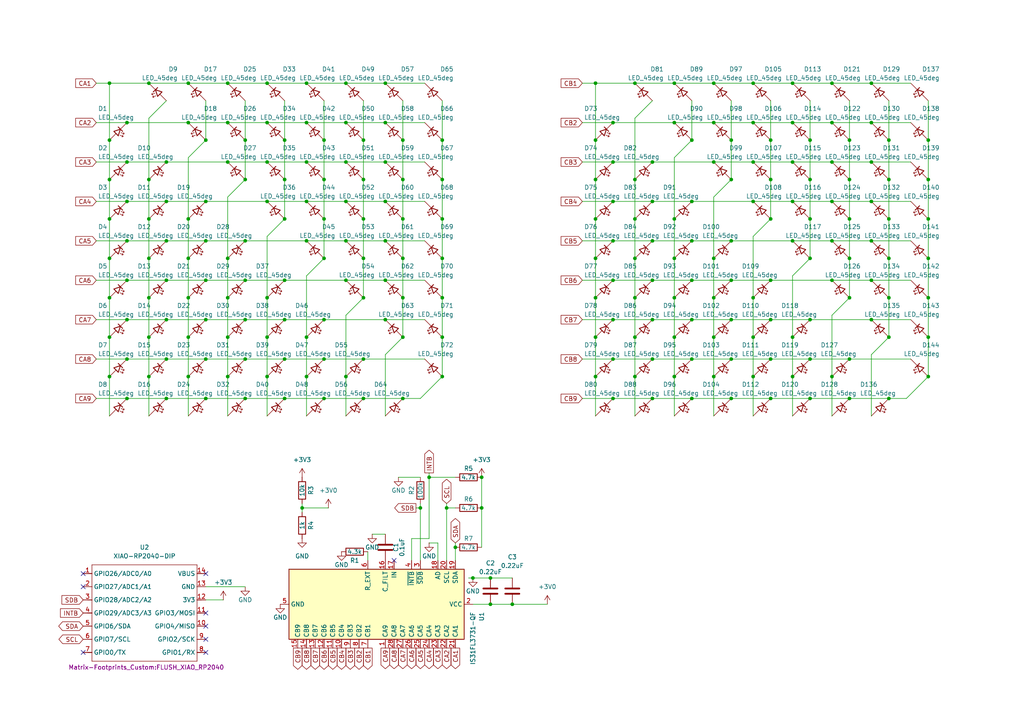
<source format=kicad_sch>
(kicad_sch (version 20231120) (generator "eeschema") (generator_version "8.0")
  (paper "A4")
  (title_block (title "MatrixCard") (date "2025-02-08") (rev "1"))
  (junction (at 88.9 35.56))
  (junction (at 54.61 109.22))
  (junction (at 93.98 52.07))
  (junction (at 200.66 81.28))
  (junction (at 246.38 63.5))
  (junction (at 200.66 58.42))
  (junction (at 128.27 74.93))
  (junction (at 142.24 175.26))
  (junction (at 132.08 158.75))
  (junction (at 207.01 74.93))
  (junction (at 212.09 52.07))
  (junction (at 172.72 97.79))
  (junction (at 229.87 109.22))
  (junction (at 36.83 35.56))
  (junction (at 116.84 74.93))
  (junction (at 48.26 104.14))
  (junction (at 223.52 115.57))
  (junction (at 105.41 52.07))
  (junction (at 31.75 109.22))
  (junction (at 54.61 86.36))
  (junction (at 172.72 52.07))
  (junction (at 184.15 97.79))
  (junction (at 116.84 86.36))
  (junction (at 36.83 115.57))
  (junction (at 116.84 52.07))
  (junction (at 31.75 97.79))
  (junction (at 172.72 109.22))
  (junction (at 121.92 147.32))
  (junction (at 137.16 167.64))
  (junction (at 234.95 92.71))
  (junction (at 93.98 104.14))
  (junction (at 128.27 40.64))
  (junction (at 218.44 109.22))
  (junction (at 59.69 115.57))
  (junction (at 184.15 52.07))
  (junction (at 229.87 24.13))
  (junction (at 31.75 52.07))
  (junction (at 105.41 40.64))
  (junction (at 246.38 86.36))
  (junction (at 82.55 92.71))
  (junction (at 246.38 115.57))
  (junction (at 100.33 46.99))
  (junction (at 207.01 97.79))
  (junction (at 212.09 92.71))
  (junction (at 257.81 86.36))
  (junction (at 229.87 58.42))
  (junction (at 59.69 81.28))
  (junction (at 223.52 81.28))
  (junction (at 82.55 115.57))
  (junction (at 128.27 52.07))
  (junction (at 54.61 24.13))
  (junction (at 189.23 69.85))
  (junction (at 66.04 97.79))
  (junction (at 88.9 46.99))
  (junction (at 100.33 69.85))
  (junction (at 31.75 40.64))
  (junction (at 48.26 69.85))
  (junction (at 269.24 40.64))
  (junction (at 105.41 86.36))
  (junction (at 36.83 92.71))
  (junction (at 59.69 69.85))
  (junction (at 43.18 63.5))
  (junction (at 31.75 86.36))
  (junction (at 66.04 86.36))
  (junction (at 82.55 104.14))
  (junction (at 241.3 69.85))
  (junction (at 93.98 63.5))
  (junction (at 195.58 97.79))
  (junction (at 200.66 92.71))
  (junction (at 200.66 104.14))
  (junction (at 269.24 86.36))
  (junction (at 189.23 58.42))
  (junction (at 241.3 24.13))
  (junction (at 218.44 86.36))
  (junction (at 139.7 147.32))
  (junction (at 269.24 74.93))
  (junction (at 31.75 24.13))
  (junction (at 105.41 115.57))
  (junction (at 148.59 175.26))
  (junction (at 172.72 86.36))
  (junction (at 87.63 147.32))
  (junction (at 234.95 115.57))
  (junction (at 43.18 109.22))
  (junction (at 82.55 52.07))
  (junction (at 128.27 63.5))
  (junction (at 111.76 24.13))
  (junction (at 111.76 69.85))
  (junction (at 111.76 81.28))
  (junction (at 234.95 63.5))
  (junction (at 218.44 35.56))
  (junction (at 252.73 58.42))
  (junction (at 229.87 69.85))
  (junction (at 59.69 92.71))
  (junction (at 66.04 109.22))
  (junction (at 128.27 109.22))
  (junction (at 139.7 138.43))
  (junction (at 71.12 69.85))
  (junction (at 71.12 40.64))
  (junction (at 48.26 115.57))
  (junction (at 71.12 81.28))
  (junction (at 66.04 24.13))
  (junction (at 200.66 69.85))
  (junction (at 172.72 63.5))
  (junction (at 66.04 35.56))
  (junction (at 43.18 24.13))
  (junction (at 200.66 115.57))
  (junction (at 43.18 52.07))
  (junction (at 66.04 74.93))
  (junction (at 195.58 35.56))
  (junction (at 105.41 63.5))
  (junction (at 93.98 74.93))
  (junction (at 100.33 81.28))
  (junction (at 116.84 40.64))
  (junction (at 177.8 115.57))
  (junction (at 105.41 74.93))
  (junction (at 189.23 104.14))
  (junction (at 269.24 109.22))
  (junction (at 48.26 81.28))
  (junction (at 207.01 46.99))
  (junction (at 77.47 97.79))
  (junction (at 177.8 46.99))
  (junction (at 269.24 97.79))
  (junction (at 207.01 86.36))
  (junction (at 234.95 74.93))
  (junction (at 218.44 46.99))
  (junction (at 207.01 109.22))
  (junction (at 88.9 24.13))
  (junction (at 252.73 24.13))
  (junction (at 177.8 69.85))
  (junction (at 252.73 46.99))
  (junction (at 184.15 86.36))
  (junction (at 54.61 63.5))
  (junction (at 129.54 147.32))
  (junction (at 241.3 46.99))
  (junction (at 31.75 74.93))
  (junction (at 189.23 92.71))
  (junction (at 184.15 109.22))
  (junction (at 54.61 74.93))
  (junction (at 212.09 104.14))
  (junction (at 93.98 92.71))
  (junction (at 212.09 69.85))
  (junction (at 184.15 24.13))
  (junction (at 88.9 109.22))
  (junction (at 189.23 46.99))
  (junction (at 241.3 35.56))
  (junction (at 234.95 52.07))
  (junction (at 257.81 52.07))
  (junction (at 128.27 86.36))
  (junction (at 223.52 92.71))
  (junction (at 36.83 58.42))
  (junction (at 77.47 35.56))
  (junction (at 172.72 40.64))
  (junction (at 128.27 97.79))
  (junction (at 177.8 58.42))
  (junction (at 48.26 92.71))
  (junction (at 229.87 46.99))
  (junction (at 36.83 69.85))
  (junction (at 195.58 24.13))
  (junction (at 246.38 74.93))
  (junction (at 269.24 52.07))
  (junction (at 77.47 109.22))
  (junction (at 43.18 86.36))
  (junction (at 234.95 40.64))
  (junction (at 77.47 86.36))
  (junction (at 100.33 35.56))
  (junction (at 212.09 115.57))
  (junction (at 82.55 63.5))
  (junction (at 93.98 40.64))
  (junction (at 43.18 74.93))
  (junction (at 43.18 97.79))
  (junction (at 189.23 81.28))
  (junction (at 142.24 167.64))
  (junction (at 246.38 40.64))
  (junction (at 172.72 74.93))
  (junction (at 184.15 63.5))
  (junction (at 195.58 74.93))
  (junction (at 105.41 104.14))
  (junction (at 111.76 46.99))
  (junction (at 177.8 35.56))
  (junction (at 223.52 52.07))
  (junction (at 269.24 63.5))
  (junction (at 177.8 104.14))
  (junction (at 116.84 63.5))
  (junction (at 241.3 81.28))
  (junction (at 172.72 24.13))
  (junction (at 116.84 97.79))
  (junction (at 48.26 46.99))
  (junction (at 229.87 97.79))
  (junction (at 59.69 58.42))
  (junction (at 229.87 35.56))
  (junction (at 36.83 81.28))
  (junction (at 111.76 58.42))
  (junction (at 82.55 81.28))
  (junction (at 212.09 40.64))
  (junction (at 195.58 63.5))
  (junction (at 195.58 109.22))
  (junction (at 257.81 40.64))
  (junction (at 257.81 74.93))
  (junction (at 177.8 81.28))
  (junction (at 195.58 86.36))
  (junction (at 207.01 35.56))
  (junction (at 88.9 58.42))
  (junction (at 71.12 92.71))
  (junction (at 257.81 97.79))
  (junction (at 88.9 69.85))
  (junction (at 71.12 115.57))
  (junction (at 257.81 63.5))
  (junction (at 100.33 24.13))
  (junction (at 36.83 46.99))
  (junction (at 54.61 35.56))
  (junction (at 200.66 40.64))
  (junction (at 59.69 104.14))
  (junction (at 218.44 97.79))
  (junction (at 124.46 138.43))
  (junction (at 246.38 104.14))
  (junction (at 252.73 69.85))
  (junction (at 212.09 81.28))
  (junction (at 252.73 81.28))
  (junction (at 111.76 92.71))
  (junction (at 241.3 58.42))
  (junction (at 184.15 74.93))
  (junction (at 111.76 35.56))
  (junction (at 116.84 115.57))
  (junction (at 88.9 97.79))
  (junction (at 207.01 24.13))
  (junction (at 77.47 46.99))
  (junction (at 82.55 40.64))
  (junction (at 93.98 115.57))
  (junction (at 31.75 63.5))
  (junction (at 223.52 104.14))
  (junction (at 77.47 24.13))
  (junction (at 241.3 109.22))
  (junction (at 257.81 115.57))
  (junction (at 246.38 52.07))
  (junction (at 252.73 35.56))
  (junction (at 100.33 58.42))
  (junction (at 177.8 92.71))
  (junction (at 59.69 40.64))
  (junction (at 234.95 104.14))
  (junction (at 77.47 58.42))
  (junction (at 189.23 115.57))
  (junction (at 36.83 104.14))
  (junction (at 48.26 58.42))
  (junction (at 71.12 104.14))
  (junction (at 218.44 58.42))
  (junction (at 223.52 63.5))
  (junction (at 218.44 24.13))
  (junction (at 66.04 46.99))
  (junction (at 54.61 97.79))
  (junction (at 71.12 52.07))
  (junction (at 223.52 40.64))
  (junction (at 100.33 109.22))
  (junction (at 252.73 92.71))
  (no_connect (at 24.13 170.18))
  (no_connect (at 59.69 181.61))
  (no_connect (at 24.13 189.23))
  (no_connect (at 24.13 166.37))
  (no_connect (at 114.3 162.56))
  (no_connect (at 59.69 166.37))
  (no_connect (at 59.69 185.42))
  (no_connect (at 59.69 177.8))
  (no_connect (at 59.69 189.23))
  (wire (pts (xy 207.01 46.99) (xy 218.44 46.99)))
  (wire (pts (xy 172.72 109.22) (xy 172.72 120.65)))
  (wire (pts (xy 200.66 92.71) (xy 212.09 92.71)))
  (wire (pts (xy 66.04 97.79) (xy 66.04 86.36)))
  (wire (pts (xy 93.98 63.5) (xy 93.98 74.93)))
  (wire (pts (xy 71.12 104.14) (xy 82.55 104.14)))
  (wire (pts (xy 241.3 81.28) (xy 252.73 81.28)))
  (wire (pts (xy 128.27 74.93) (xy 128.27 86.36)))
  (wire (pts (xy 269.24 97.79) (xy 269.24 109.22)))
  (wire (pts (xy 252.73 81.28) (xy 264.16 81.28)))
  (wire (pts (xy 105.41 40.64) (xy 105.41 52.07)))
  (wire (pts (xy 27.94 24.13) (xy 31.75 24.13)))
  (wire (pts (xy 257.81 74.93) (xy 257.81 86.36)))
  (wire (pts (xy 189.23 58.42) (xy 200.66 58.42)))
  (wire (pts (xy 93.98 115.57) (xy 105.41 115.57)))
  (wire (pts (xy 168.91 104.14) (xy 177.8 104.14)))
  (wire (pts (xy 105.41 115.57) (xy 116.84 115.57)))
  (wire (pts (xy 172.72 74.93) (xy 172.72 86.36)))
  (wire (pts (xy 106.68 160.02) (xy 106.68 162.56)))
  (wire (pts (xy 223.52 52.07) (xy 223.52 63.5)))
  (wire (pts (xy 116.84 86.36) (xy 116.84 97.79)))
  (wire (pts (xy 128.27 97.79) (xy 128.27 109.22)))
  (wire (pts (xy 48.26 104.14) (xy 59.69 104.14)))
  (wire (pts (xy 252.73 35.56) (xy 264.16 35.56)))
  (wire (pts (xy 234.95 92.71) (xy 252.73 92.71)))
  (wire (pts (xy 269.24 29.21) (xy 269.24 40.64)))
  (wire (pts (xy 189.23 81.28) (xy 200.66 81.28)))
  (wire (pts (xy 111.76 92.71) (xy 123.19 92.71)))
  (wire (pts (xy 184.15 52.07) (xy 184.15 34.29)))
  (wire (pts (xy 241.3 91.44) (xy 246.38 86.36)))
  (wire (pts (xy 212.09 104.14) (xy 223.52 104.14)))
  (wire (pts (xy 177.8 46.99) (xy 189.23 46.99)))
  (wire (pts (xy 269.24 86.36) (xy 269.24 97.79)))
  (wire (pts (xy 124.46 137.16) (xy 124.46 138.43)))
  (wire (pts (xy 48.26 81.28) (xy 59.69 81.28)))
  (wire (pts (xy 137.16 175.26) (xy 142.24 175.26)))
  (wire (pts (xy 77.47 97.79) (xy 77.47 86.36)))
  (wire (pts (xy 168.91 58.42) (xy 177.8 58.42)))
  (wire (pts (xy 66.04 46.99) (xy 77.47 46.99)))
  (wire (pts (xy 229.87 109.22) (xy 229.87 120.65)))
  (wire (pts (xy 172.72 52.07) (xy 172.72 63.5)))
  (wire (pts (xy 77.47 24.13) (xy 88.9 24.13)))
  (wire (pts (xy 207.01 74.93) (xy 207.01 57.15)))
  (wire (pts (xy 172.72 86.36) (xy 172.72 97.79)))
  (wire (pts (xy 82.55 29.21) (xy 82.55 40.64)))
  (wire (pts (xy 100.33 120.65) (xy 100.33 109.22)))
  (wire (pts (xy 31.75 24.13) (xy 31.75 40.64)))
  (wire (pts (xy 88.9 109.22) (xy 88.9 120.65)))
  (wire (pts (xy 132.08 147.32) (xy 129.54 147.32)))
  (wire (pts (xy 189.23 92.71) (xy 200.66 92.71)))
  (wire (pts (xy 116.84 52.07) (xy 116.84 63.5)))
  (wire (pts (xy 77.47 58.42) (xy 88.9 58.42)))
  (wire (pts (xy 77.47 120.65) (xy 77.47 109.22)))
  (wire (pts (xy 200.66 81.28) (xy 212.09 81.28)))
  (wire (pts (xy 36.83 81.28) (xy 48.26 81.28)))
  (wire (pts (xy 111.76 58.42) (xy 123.19 58.42)))
  (wire (pts (xy 77.47 86.36) (xy 77.47 68.58)))
  (wire (pts (xy 111.76 102.87) (xy 111.76 120.65)))
  (wire (pts (xy 54.61 63.5) (xy 54.61 45.72)))
  (wire (pts (xy 207.01 86.36) (xy 207.01 74.93)))
  (wire (pts (xy 59.69 170.18) (xy 71.12 170.18)))
  (wire (pts (xy 257.81 29.21) (xy 257.81 40.64)))
  (wire (pts (xy 223.52 29.21) (xy 223.52 40.64)))
  (wire (pts (xy 43.18 86.36) (xy 43.18 74.93)))
  (wire (pts (xy 234.95 115.57) (xy 246.38 115.57)))
  (wire (pts (xy 48.26 58.42) (xy 59.69 58.42)))
  (wire (pts (xy 66.04 109.22) (xy 66.04 97.79)))
  (wire (pts (xy 207.01 57.15) (xy 212.09 52.07)))
  (wire (pts (xy 54.61 120.65) (xy 54.61 109.22)))
  (wire (pts (xy 218.44 24.13) (xy 229.87 24.13)))
  (wire (pts (xy 195.58 86.36) (xy 195.58 74.93)))
  (wire (pts (xy 66.04 74.93) (xy 66.04 57.15)))
  (wire (pts (xy 229.87 97.79) (xy 229.87 109.22)))
  (wire (pts (xy 212.09 81.28) (xy 223.52 81.28)))
  (wire (pts (xy 207.01 97.79) (xy 207.01 86.36)))
  (wire (pts (xy 168.91 46.99) (xy 177.8 46.99)))
  (wire (pts (xy 195.58 86.36) (xy 195.58 97.79)))
  (wire (pts (xy 116.84 115.57) (xy 121.92 115.57)))
  (wire (pts (xy 229.87 24.13) (xy 241.3 24.13)))
  (wire (pts (xy 119.38 156.21) (xy 119.38 162.56)))
  (wire (pts (xy 88.9 46.99) (xy 100.33 46.99)))
  (wire (pts (xy 168.91 81.28) (xy 177.8 81.28)))
  (wire (pts (xy 66.04 35.56) (xy 77.47 35.56)))
  (wire (pts (xy 195.58 45.72) (xy 200.66 40.64)))
  (wire (pts (xy 229.87 69.85) (xy 241.3 69.85)))
  (wire (pts (xy 212.09 115.57) (xy 223.52 115.57)))
  (wire (pts (xy 36.83 46.99) (xy 48.26 46.99)))
  (wire (pts (xy 269.24 52.07) (xy 269.24 63.5)))
  (wire (pts (xy 212.09 92.71) (xy 223.52 92.71)))
  (wire (pts (xy 111.76 81.28) (xy 123.19 81.28)))
  (wire (pts (xy 252.73 69.85) (xy 264.16 69.85)))
  (wire (pts (xy 54.61 74.93) (xy 54.61 63.5)))
  (wire (pts (xy 121.92 147.32) (xy 121.92 162.56)))
  (wire (pts (xy 177.8 58.42) (xy 189.23 58.42)))
  (wire (pts (xy 129.54 147.32) (xy 129.54 162.56)))
  (wire (pts (xy 269.24 40.64) (xy 269.24 52.07)))
  (wire (pts (xy 116.84 29.21) (xy 116.84 40.64)))
  (wire (pts (xy 168.91 92.71) (xy 177.8 92.71)))
  (wire (pts (xy 87.63 146.05) (xy 87.63 147.32)))
  (wire (pts (xy 241.3 109.22) (xy 241.3 91.44)))
  (wire (pts (xy 172.72 24.13) (xy 172.72 40.64)))
  (wire (pts (xy 172.72 97.79) (xy 172.72 109.22)))
  (wire (pts (xy 184.15 34.29) (xy 189.23 29.21)))
  (wire (pts (xy 195.58 35.56) (xy 207.01 35.56)))
  (wire (pts (xy 93.98 40.64) (xy 93.98 52.07)))
  (wire (pts (xy 43.18 109.22) (xy 43.18 97.79)))
  (wire (pts (xy 212.09 40.64) (xy 212.09 52.07)))
  (wire (pts (xy 218.44 86.36) (xy 218.44 68.58)))
  (wire (pts (xy 124.46 156.21) (xy 119.38 156.21)))
  (wire (pts (xy 100.33 91.44) (xy 105.41 86.36)))
  (wire (pts (xy 269.24 109.22) (xy 262.89 115.57)))
  (wire (pts (xy 177.8 35.56) (xy 195.58 35.56)))
  (wire (pts (xy 172.72 24.13) (xy 184.15 24.13)))
  (wire (pts (xy 54.61 86.36) (xy 54.61 74.93)))
  (wire (pts (xy 100.33 46.99) (xy 111.76 46.99)))
  (wire (pts (xy 128.27 86.36) (xy 128.27 97.79)))
  (wire (pts (xy 31.75 52.07) (xy 31.75 63.5)))
  (wire (pts (xy 93.98 52.07) (xy 93.98 63.5)))
  (wire (pts (xy 100.33 109.22) (xy 100.33 91.44)))
  (wire (pts (xy 207.01 120.65) (xy 207.01 109.22)))
  (wire (pts (xy 207.01 109.22) (xy 207.01 97.79)))
  (wire (pts (xy 100.33 35.56) (xy 111.76 35.56)))
  (wire (pts (xy 218.44 58.42) (xy 229.87 58.42)))
  (wire (pts (xy 71.12 92.71) (xy 82.55 92.71)))
  (wire (pts (xy 184.15 86.36) (xy 184.15 74.93)))
  (wire (pts (xy 77.47 46.99) (xy 88.9 46.99)))
  (wire (pts (xy 54.61 45.72) (xy 59.69 40.64)))
  (wire (pts (xy 54.61 86.36) (xy 54.61 97.79)))
  (wire (pts (xy 252.73 46.99) (xy 264.16 46.99)))
  (wire (pts (xy 137.16 167.64) (xy 142.24 167.64)))
  (wire (pts (xy 116.84 97.79) (xy 111.76 102.87)))
  (wire (pts (xy 246.38 52.07) (xy 246.38 63.5)))
  (wire (pts (xy 177.8 104.14) (xy 189.23 104.14)))
  (wire (pts (xy 100.33 24.13) (xy 111.76 24.13)))
  (wire (pts (xy 246.38 104.14) (xy 264.16 104.14)))
  (wire (pts (xy 100.33 81.28) (xy 111.76 81.28)))
  (wire (pts (xy 257.81 40.64) (xy 257.81 52.07)))
  (wire (pts (xy 43.18 34.29) (xy 48.26 29.21)))
  (wire (pts (xy 77.47 68.58) (xy 82.55 63.5)))
  (wire (pts (xy 27.94 35.56) (xy 36.83 35.56)))
  (wire (pts (xy 66.04 24.13) (xy 77.47 24.13)))
  (wire (pts (xy 229.87 46.99) (xy 241.3 46.99)))
  (wire (pts (xy 269.24 63.5) (xy 269.24 74.93)))
  (wire (pts (xy 128.27 63.5) (xy 128.27 74.93)))
  (wire (pts (xy 246.38 40.64) (xy 246.38 52.07)))
  (wire (pts (xy 184.15 74.93) (xy 184.15 63.5)))
  (wire (pts (xy 82.55 104.14) (xy 93.98 104.14)))
  (wire (pts (xy 124.46 138.43) (xy 124.46 156.21)))
  (wire (pts (xy 54.61 35.56) (xy 66.04 35.56)))
  (wire (pts (xy 172.72 40.64) (xy 172.72 52.07)))
  (wire (pts (xy 128.27 52.07) (xy 128.27 63.5)))
  (wire (pts (xy 27.94 104.14) (xy 36.83 104.14)))
  (wire (pts (xy 229.87 80.01) (xy 229.87 97.79)))
  (wire (pts (xy 212.09 29.21) (xy 212.09 40.64)))
  (wire (pts (xy 246.38 74.93) (xy 246.38 86.36)))
  (wire (pts (xy 229.87 35.56) (xy 241.3 35.56)))
  (wire (pts (xy 257.81 52.07) (xy 257.81 63.5)))
  (wire (pts (xy 234.95 40.64) (xy 234.95 52.07)))
  (wire (pts (xy 88.9 97.79) (xy 88.9 109.22)))
  (wire (pts (xy 31.75 109.22) (xy 31.75 120.65)))
  (wire (pts (xy 234.95 104.14) (xy 246.38 104.14)))
  (wire (pts (xy 129.54 146.05) (xy 129.54 147.32)))
  (wire (pts (xy 195.58 74.93) (xy 195.58 63.5)))
  (wire (pts (xy 124.46 157.48) (xy 127 157.48)))
  (wire (pts (xy 139.7 147.32) (xy 139.7 158.75)))
  (wire (pts (xy 200.66 104.14) (xy 212.09 104.14)))
  (wire (pts (xy 246.38 63.5) (xy 246.38 74.93)))
  (wire (pts (xy 87.63 147.32) (xy 95.25 147.32)))
  (wire (pts (xy 212.09 69.85) (xy 229.87 69.85)))
  (wire (pts (xy 177.8 81.28) (xy 189.23 81.28)))
  (wire (pts (xy 142.24 167.64) (xy 148.59 167.64)))
  (wire (pts (xy 36.83 58.42) (xy 48.26 58.42)))
  (wire (pts (xy 105.41 52.07) (xy 105.41 63.5)))
  (wire (pts (xy 27.94 58.42) (xy 36.83 58.42)))
  (wire (pts (xy 43.18 74.93) (xy 43.18 63.5)))
  (wire (pts (xy 223.52 104.14) (xy 234.95 104.14)))
  (wire (pts (xy 246.38 29.21) (xy 246.38 40.64)))
  (wire (pts (xy 82.55 92.71) (xy 93.98 92.71)))
  (wire (pts (xy 234.95 52.07) (xy 234.95 63.5)))
  (wire (pts (xy 27.94 81.28) (xy 36.83 81.28)))
  (wire (pts (xy 177.8 115.57) (xy 189.23 115.57)))
  (wire (pts (xy 195.58 109.22) (xy 195.58 97.79)))
  (wire (pts (xy 218.44 46.99) (xy 229.87 46.99)))
  (wire (pts (xy 71.12 29.21) (xy 71.12 40.64)))
  (wire (pts (xy 43.18 120.65) (xy 43.18 109.22)))
  (wire (pts (xy 88.9 35.56) (xy 100.33 35.56)))
  (wire (pts (xy 71.12 115.57) (xy 82.55 115.57)))
  (wire (pts (xy 121.92 147.32) (xy 120.65 147.32)))
  (wire (pts (xy 218.44 120.65) (xy 218.44 109.22)))
  (wire (pts (xy 189.23 104.14) (xy 200.66 104.14)))
  (wire (pts (xy 66.04 86.36) (xy 66.04 74.93)))
  (wire (pts (xy 223.52 92.71) (xy 234.95 92.71)))
  (wire (pts (xy 71.12 40.64) (xy 71.12 52.07)))
  (wire (pts (xy 77.47 35.56) (xy 88.9 35.56)))
  (wire (pts (xy 93.98 104.14) (xy 105.41 104.14)))
  (wire (pts (xy 128.27 29.21) (xy 128.27 40.64)))
  (wire (pts (xy 195.58 63.5) (xy 195.58 45.72)))
  (wire (pts (xy 48.26 115.57) (xy 59.69 115.57)))
  (wire (pts (xy 257.81 97.79) (xy 252.73 102.87)))
  (wire (pts (xy 88.9 58.42) (xy 100.33 58.42)))
  (wire (pts (xy 36.83 115.57) (xy 48.26 115.57)))
  (wire (pts (xy 31.75 63.5) (xy 31.75 74.93)))
  (wire (pts (xy 59.69 29.21) (xy 59.69 40.64)))
  (wire (pts (xy 27.94 115.57) (xy 36.83 115.57)))
  (wire (pts (xy 168.91 24.13) (xy 172.72 24.13)))
  (wire (pts (xy 59.69 58.42) (xy 77.47 58.42)))
  (wire (pts (xy 82.55 115.57) (xy 93.98 115.57)))
  (wire (pts (xy 31.75 86.36) (xy 31.75 97.79)))
  (wire (pts (xy 82.55 81.28) (xy 100.33 81.28)))
  (wire (pts (xy 184.15 24.13) (xy 195.58 24.13)))
  (wire (pts (xy 48.26 46.99) (xy 66.04 46.99)))
  (wire (pts (xy 200.66 69.85) (xy 212.09 69.85)))
  (wire (pts (xy 184.15 97.79) (xy 184.15 86.36)))
  (wire (pts (xy 36.83 35.56) (xy 54.61 35.56)))
  (wire (pts (xy 43.18 52.07) (xy 43.18 34.29)))
  (wire (pts (xy 223.52 115.57) (xy 234.95 115.57)))
  (wire (pts (xy 100.33 69.85) (xy 111.76 69.85)))
  (wire (pts (xy 218.44 97.79) (xy 218.44 86.36)))
  (wire (pts (xy 257.81 63.5) (xy 257.81 74.93)))
  (wire (pts (xy 111.76 35.56) (xy 123.19 35.56)))
  (wire (pts (xy 82.55 52.07) (xy 82.55 63.5)))
  (wire (pts (xy 116.84 40.64) (xy 116.84 52.07)))
  (wire (pts (xy 43.18 97.79) (xy 43.18 86.36)))
  (wire (pts (xy 111.76 46.99) (xy 123.19 46.99)))
  (wire (pts (xy 54.61 109.22) (xy 54.61 97.79)))
  (wire (pts (xy 36.83 92.71) (xy 48.26 92.71)))
  (wire (pts (xy 43.18 63.5) (xy 43.18 52.07)))
  (wire (pts (xy 93.98 92.71) (xy 111.76 92.71)))
  (wire (pts (xy 27.94 92.71) (xy 36.83 92.71)))
  (wire (pts (xy 111.76 24.13) (xy 123.19 24.13)))
  (wire (pts (xy 107.95 154.94) (xy 111.76 154.94)))
  (wire (pts (xy 177.8 69.85) (xy 189.23 69.85)))
  (wire (pts (xy 234.95 29.21) (xy 234.95 40.64)))
  (wire (pts (xy 111.76 69.85) (xy 123.19 69.85)))
  (wire (pts (xy 105.41 104.14) (xy 123.19 104.14)))
  (wire (pts (xy 27.94 69.85) (xy 36.83 69.85)))
  (wire (pts (xy 43.18 24.13) (xy 54.61 24.13)))
  (wire (pts (xy 59.69 92.71) (xy 71.12 92.71)))
  (wire (pts (xy 189.23 46.99) (xy 207.01 46.99)))
  (wire (pts (xy 252.73 102.87) (xy 252.73 120.65)))
  (wire (pts (xy 172.72 63.5) (xy 172.72 74.93)))
  (wire (pts (xy 59.69 104.14) (xy 71.12 104.14)))
  (wire (pts (xy 241.3 46.99) (xy 252.73 46.99)))
  (wire (pts (xy 121.92 146.05) (xy 121.92 147.32)))
  (wire (pts (xy 93.98 29.21) (xy 93.98 40.64)))
  (wire (pts (xy 87.63 147.32) (xy 87.63 148.59)))
  (wire (pts (xy 148.59 175.26) (xy 158.75 175.26)))
  (wire (pts (xy 223.52 81.28) (xy 241.3 81.28)))
  (wire (pts (xy 241.3 120.65) (xy 241.3 109.22)))
  (wire (pts (xy 116.84 74.93) (xy 116.84 86.36)))
  (wire (pts (xy 31.75 97.79) (xy 31.75 109.22)))
  (wire (pts (xy 184.15 120.65) (xy 184.15 109.22)))
  (wire (pts (xy 54.61 24.13) (xy 66.04 24.13)))
  (wire (pts (xy 27.94 46.99) (xy 36.83 46.99)))
  (wire (pts (xy 71.12 69.85) (xy 88.9 69.85)))
  (wire (pts (xy 200.66 29.21) (xy 200.66 40.64)))
  (wire (pts (xy 168.91 69.85) (xy 177.8 69.85)))
  (wire (pts (xy 105.41 63.5) (xy 105.41 74.93)))
  (wire (pts (xy 128.27 40.64) (xy 128.27 52.07)))
  (wire (pts (xy 234.95 63.5) (xy 234.95 74.93)))
  (wire (pts (xy 189.23 69.85) (xy 200.66 69.85)))
  (wire (pts (xy 184.15 63.5) (xy 184.15 52.07)))
  (wire (pts (xy 252.73 92.71) (xy 264.16 92.71)))
  (wire (pts (xy 195.58 120.65) (xy 195.58 109.22)))
  (wire (pts (xy 168.91 115.57) (xy 177.8 115.57)))
  (wire (pts (xy 241.3 35.56) (xy 252.73 35.56)))
  (wire (pts (xy 93.98 74.93) (xy 88.9 80.01)))
  (wire (pts (xy 88.9 69.85) (xy 100.33 69.85)))
  (wire (pts (xy 200.66 115.57) (xy 212.09 115.57)))
  (wire (pts (xy 88.9 24.13) (xy 100.33 24.13)))
  (wire (pts (xy 77.47 109.22) (xy 77.47 97.79)))
  (wire (pts (xy 115.57 138.43) (xy 121.92 138.43)))
  (wire (pts (xy 139.7 138.43) (xy 139.7 147.32)))
  (wire (pts (xy 257.81 115.57) (xy 262.89 115.57)))
  (wire (pts (xy 200.66 58.42) (xy 218.44 58.42)))
  (wire (pts (xy 105.41 74.93) (xy 105.41 86.36)))
  (wire (pts (xy 184.15 109.22) (xy 184.15 97.79)))
  (wire (pts (xy 218.44 109.22) (xy 218.44 97.79)))
  (wire (pts (xy 59.69 69.85) (xy 71.12 69.85)))
  (wire (pts (xy 218.44 68.58) (xy 223.52 63.5)))
  (wire (pts (xy 223.52 40.64) (xy 223.52 52.07)))
  (wire (pts (xy 241.3 69.85) (xy 252.73 69.85)))
  (wire (pts (xy 128.27 109.22) (xy 121.92 115.57)))
  (wire (pts (xy 132.08 138.43) (xy 124.46 138.43)))
  (wire (pts (xy 71.12 81.28) (xy 82.55 81.28)))
  (wire (pts (xy 105.41 29.21) (xy 105.41 40.64)))
  (wire (pts (xy 177.8 92.71) (xy 189.23 92.71)))
  (wire (pts (xy 66.04 57.15) (xy 71.12 52.07)))
  (wire (pts (xy 127 157.48) (xy 127 162.56)))
  (wire (pts (xy 59.69 115.57) (xy 71.12 115.57)))
  (wire (pts (xy 257.81 86.36) (xy 257.81 97.79)))
  (wire (pts (xy 207.01 35.56) (xy 218.44 35.56)))
  (wire (pts (xy 218.44 35.56) (xy 229.87 35.56)))
  (wire (pts (xy 241.3 24.13) (xy 252.73 24.13)))
  (wire (pts (xy 229.87 58.42) (xy 241.3 58.42)))
  (wire (pts (xy 269.24 74.93) (xy 269.24 86.36)))
  (wire (pts (xy 59.69 173.99) (xy 64.77 173.99)))
  (wire (pts (xy 36.83 104.14) (xy 48.26 104.14)))
  (wire (pts (xy 36.83 69.85) (xy 48.26 69.85)))
  (wire (pts (xy 195.58 24.13) (xy 207.01 24.13)))
  (wire (pts (xy 82.55 40.64) (xy 82.55 52.07)))
  (wire (pts (xy 59.69 81.28) (xy 71.12 81.28)))
  (wire (pts (xy 252.73 24.13) (xy 264.16 24.13)))
  (wire (pts (xy 48.26 69.85) (xy 59.69 69.85)))
  (wire (pts (xy 252.73 58.42) (xy 264.16 58.42)))
  (wire (pts (xy 241.3 58.42) (xy 252.73 58.42)))
  (wire (pts (xy 234.95 74.93) (xy 229.87 80.01)))
  (wire (pts (xy 31.75 40.64) (xy 31.75 52.07)))
  (wire (pts (xy 116.84 63.5) (xy 116.84 74.93)))
  (wire (pts (xy 48.26 92.71) (xy 59.69 92.71)))
  (wire (pts (xy 31.75 74.93) (xy 31.75 86.36)))
  (wire (pts (xy 132.08 157.48) (xy 132.08 158.75)))
  (wire (pts (xy 88.9 80.01) (xy 88.9 97.79)))
  (wire (pts (xy 246.38 115.57) (xy 257.81 115.57)))
  (wire (pts (xy 31.75 24.13) (xy 43.18 24.13)))
  (wire (pts (xy 207.01 24.13) (xy 218.44 24.13)))
  (wire (pts (xy 132.08 158.75) (xy 132.08 162.56)))
  (wire (pts (xy 135.89 167.64) (xy 137.16 167.64)))
  (wire (pts (xy 168.91 35.56) (xy 177.8 35.56)))
  (wire (pts (xy 142.24 175.26) (xy 148.59 175.26)))
  (wire (pts (xy 66.04 120.65) (xy 66.04 109.22)))
  (wire (pts (xy 189.23 115.57) (xy 200.66 115.57)))
  (wire (pts (xy 100.33 58.42) (xy 111.76 58.42)))
  (global_label "CA1" (shape output) (at 132.08 187.96 270) (property "Intersheetrefs" "${INTERSHEET_REFS}" (effects (hide yes))))
  (global_label "CA7" (shape input) (at 27.94 92.71 180) (property "Intersheetrefs" "${INTERSHEET_REFS}" (effects (hide yes))))
  (global_label "CB3" (shape output) (at 101.6 187.96 270) (property "Intersheetrefs" "${INTERSHEET_REFS}" (effects (hide yes))))
  (global_label "CA3" (shape output) (at 127 187.96 270) (property "Intersheetrefs" "${INTERSHEET_REFS}" (effects (hide yes))))
  (global_label "CB8" (shape input) (at 168.91 104.14 180) (property "Intersheetrefs" "${INTERSHEET_REFS}" (effects (hide yes))))
  (global_label "CA5" (shape output) (at 121.92 187.96 270) (property "Intersheetrefs" "${INTERSHEET_REFS}" (effects (hide yes))))
  (global_label "SDB" (shape input) (at 24.13 173.99 180) (property "Intersheetrefs" "${INTERSHEET_REFS}" (effects (hide yes))))
  (global_label "CA6" (shape output) (at 119.38 187.96 270) (property "Intersheetrefs" "${INTERSHEET_REFS}" (effects (hide yes))))
  (global_label "CA6" (shape input) (at 27.94 81.28 180) (property "Intersheetrefs" "${INTERSHEET_REFS}" (effects (hide yes))))
  (global_label "CB9" (shape input) (at 168.91 115.57 180) (property "Intersheetrefs" "${INTERSHEET_REFS}" (effects (hide yes))))
  (global_label "CB9" (shape output) (at 86.36 187.96 270) (property "Intersheetrefs" "${INTERSHEET_REFS}" (effects (hide yes))))
  (global_label "CB1" (shape input) (at 168.91 24.13 180) (property "Intersheetrefs" "${INTERSHEET_REFS}" (effects (hide yes))))
  (global_label "CB7" (shape input) (at 168.91 92.71 180) (property "Intersheetrefs" "${INTERSHEET_REFS}" (effects (hide yes))))
  (global_label "SDA" (shape bidirectional) (at 24.13 181.61 180) (property "Intersheetrefs" "${INTERSHEET_REFS}" (effects (hide yes))))
  (global_label "CB1" (shape output) (at 106.68 187.96 270) (property "Intersheetrefs" "${INTERSHEET_REFS}" (effects (hide yes))))
  (global_label "CA1" (shape input) (at 27.94 24.13 180) (property "Intersheetrefs" "${INTERSHEET_REFS}" (effects (hide yes))))
  (global_label "CA4" (shape output) (at 124.46 187.96 270) (property "Intersheetrefs" "${INTERSHEET_REFS}" (effects (hide yes))))
  (global_label "CB5" (shape output) (at 96.52 187.96 270) (property "Intersheetrefs" "${INTERSHEET_REFS}" (effects (hide yes))))
  (global_label "CA9" (shape input) (at 27.94 115.57 180) (property "Intersheetrefs" "${INTERSHEET_REFS}" (effects (hide yes))))
  (global_label "CA9" (shape output) (at 111.76 187.96 270) (property "Intersheetrefs" "${INTERSHEET_REFS}" (effects (hide yes))))
  (global_label "CA4" (shape input) (at 27.94 58.42 180) (property "Intersheetrefs" "${INTERSHEET_REFS}" (effects (hide yes))))
  (global_label "CB4" (shape output) (at 99.06 187.96 270) (property "Intersheetrefs" "${INTERSHEET_REFS}" (effects (hide yes))))
  (global_label "CB8" (shape output) (at 88.9 187.96 270) (property "Intersheetrefs" "${INTERSHEET_REFS}" (effects (hide yes))))
  (global_label "CB2" (shape input) (at 168.91 35.56 180) (property "Intersheetrefs" "${INTERSHEET_REFS}" (effects (hide yes))))
  (global_label "CB3" (shape input) (at 168.91 46.99 180) (property "Intersheetrefs" "${INTERSHEET_REFS}" (effects (hide yes))))
  (global_label "CB5" (shape input) (at 168.91 69.85 180) (property "Intersheetrefs" "${INTERSHEET_REFS}" (effects (hide yes))))
  (global_label "INTB" (shape input) (at 24.13 177.8 180) (property "Intersheetrefs" "${INTERSHEET_REFS}" (effects (hide yes))))
  (global_label "CA2" (shape input) (at 27.94 35.56 180) (property "Intersheetrefs" "${INTERSHEET_REFS}" (effects (hide yes))))
  (global_label "CA5" (shape input) (at 27.94 69.85 180) (property "Intersheetrefs" "${INTERSHEET_REFS}" (effects (hide yes))))
  (global_label "CB6" (shape input) (at 168.91 81.28 180) (property "Intersheetrefs" "${INTERSHEET_REFS}" (effects (hide yes))))
  (global_label "CA2" (shape output) (at 129.54 187.96 270) (property "Intersheetrefs" "${INTERSHEET_REFS}" (effects (hide yes))))
  (global_label "INTB" (shape output) (at 124.46 137.16 90) (property "Intersheetrefs" "${INTERSHEET_REFS}" (effects (hide yes))))
  (global_label "CA7" (shape output) (at 116.84 187.96 270) (property "Intersheetrefs" "${INTERSHEET_REFS}" (effects (hide yes))))
  (global_label "CA3" (shape input) (at 27.94 46.99 180) (property "Intersheetrefs" "${INTERSHEET_REFS}" (effects (hide yes))))
  (global_label "CB6" (shape output) (at 93.98 187.96 270) (property "Intersheetrefs" "${INTERSHEET_REFS}" (effects (hide yes))))
  (global_label "SCL" (shape bidirectional) (at 129.54 146.05 90) (property "Intersheetrefs" "${INTERSHEET_REFS}" (effects (hide yes))))
  (global_label "CB2" (shape output) (at 104.14 187.96 270) (property "Intersheetrefs" "${INTERSHEET_REFS}" (effects (hide yes))))
  (global_label "CA8" (shape input) (at 27.94 104.14 180) (property "Intersheetrefs" "${INTERSHEET_REFS}" (effects (hide yes))))
  (global_label "CA8" (shape output) (at 114.3 187.96 270) (property "Intersheetrefs" "${INTERSHEET_REFS}" (effects (hide yes))))
  (global_label "CB4" (shape input) (at 168.91 58.42 180) (property "Intersheetrefs" "${INTERSHEET_REFS}" (effects (hide yes))))
  (global_label "SDA" (shape bidirectional) (at 132.08 157.48 90) (property "Intersheetrefs" "${INTERSHEET_REFS}" (effects (hide yes))))
  (global_label "SDB" (shape output) (at 120.65 147.32 180) (property "Intersheetrefs" "${INTERSHEET_REFS}" (effects (hide yes))))
  (global_label "SCL" (shape bidirectional) (at 24.13 185.42 180) (property "Intersheetrefs" "${INTERSHEET_REFS}" (effects (hide yes))))
  (global_label "CB7" (shape output) (at 91.44 187.96 270) (property "Intersheetrefs" "${INTERSHEET_REFS}" (effects (hide yes))))
  (symbol (lib_id "Device:LED_45deg") (at 255.27 60.96 270) (mirror x) (unit 1)
    (property "Reference" "D132" (at 261.112 54.356 90) (effects (justify right)))
    (property "Value" "LED_45deg" (at 261.112 56.896 90) (effects (justify right)))
    (property "Footprint" "Matrix-Footprints_Custom:0603_LED" (effects (hide yes)))
    (property "Description" "Light emitting diode, rotated by 45°" (effects (hide yes)))
  )
  (symbol (lib_id "Device:LED_45deg") (at 255.27 95.25 270) (mirror x) (unit 1)
    (property "Reference" "D135" (at 261.112 88.646 90) (effects (justify right)))
    (property "Value" "LED_45deg" (at 261.112 91.186 90) (effects (justify right)))
    (property "Footprint" "Matrix-Footprints_Custom:0603_LED" (effects (hide yes)))
    (property "Description" "Light emitting diode, rotated by 45°" (effects (hide yes)))
  )
  (symbol (lib_id "Device:LED_45deg") (at 57.15 60.96 90) (unit 1)
    (property "Reference" "D19" (at 51.308 54.356 90) (effects (justify right)))
    (property "Value" "LED_45deg" (at 51.308 56.896 90) (effects (justify right)))
    (property "Footprint" "Matrix-Footprints_Custom:0603_LED" (effects (hide yes)))
    (property "Description" "Light emitting diode, rotated by 45°" (effects (hide yes)))
  )
  (symbol (lib_id "Device:LED_45deg") (at 125.73 95.25 270) (mirror x) (unit 1)
    (property "Reference" "D71" (at 131.572 88.646 90) (effects (justify right)))
    (property "Value" "LED_45deg" (at 131.572 91.186 90) (effects (justify right)))
    (property "Footprint" "Matrix-Footprints_Custom:0603_LED" (effects (hide yes)))
    (property "Description" "Light emitting diode, rotated by 45°" (effects (hide yes)))
  )
  (symbol (lib_id "Device:LED_45deg") (at 243.84 60.96 270) (mirror x) (unit 1)
    (property "Reference" "D124" (at 249.682 54.356 90) (effects (justify right)))
    (property "Value" "LED_45deg" (at 249.682 56.896 90) (effects (justify right)))
    (property "Footprint" "Matrix-Footprints_Custom:0603_LED" (effects (hide yes)))
    (property "Description" "Light emitting diode, rotated by 45°" (effects (hide yes)))
  )
  (symbol (lib_id "Device:LED_45deg") (at 198.12 106.68 90) (unit 1)
    (property "Reference" "D95" (at 192.278 100.076 90) (effects (justify right)))
    (property "Value" "LED_45deg" (at 192.278 102.616 90) (effects (justify right)))
    (property "Footprint" "Matrix-Footprints_Custom:0603_LED" (effects (hide yes)))
    (property "Description" "Light emitting diode, rotated by 45°" (effects (hide yes)))
  )
  (symbol (lib_id "Device:R") (at 135.89 158.75 90) (unit 1)
    (property "Reference" "R7" (at 135.89 156.21 90))
    (property "Value" "4.7k" (at 135.89 158.75 90))
    (property "Footprint" "Matrix-Footprints_Custom:0603_RES" (effects (hide yes)))
    (property "Description" "Resistor" (effects (hide yes)))
  )
  (symbol (lib_id "Device:LED_45deg") (at 186.69 106.68 90) (unit 1)
    (property "Reference" "D87" (at 180.848 100.076 90) (effects (justify right)))
    (property "Value" "LED_45deg" (at 180.848 102.616 90) (effects (justify right)))
    (property "Footprint" "Matrix-Footprints_Custom:0603_LED" (effects (hide yes)))
    (property "Description" "Light emitting diode, rotated by 45°" (effects (hide yes)))
  )
  (symbol (lib_id "Device:LED_45deg") (at 114.3 72.39 270) (mirror x) (unit 1)
    (property "Reference" "D61" (at 120.142 65.786 90) (effects (justify right)))
    (property "Value" "LED_45deg" (at 120.142 68.326 90) (effects (justify right)))
    (property "Footprint" "Matrix-Footprints_Custom:0603_LED" (effects (hide yes)))
    (property "Description" "Light emitting diode, rotated by 45°" (effects (hide yes)))
  )
  (symbol (lib_id "Device:LED_45deg") (at 114.3 38.1 270) (mirror x) (unit 1)
    (property "Reference" "D58" (at 120.142 31.496 90) (effects (justify right)))
    (property "Value" "LED_45deg" (at 120.142 34.036 90) (effects (justify right)))
    (property "Footprint" "Matrix-Footprints_Custom:0603_LED" (effects (hide yes)))
    (property "Description" "Light emitting diode, rotated by 45°" (effects (hide yes)))
  )
  (symbol (lib_id "Device:R") (at 87.63 142.24 0) (unit 1)
    (property "Reference" "R3" (at 90.17 142.24 90))
    (property "Value" "10k" (at 87.63 142.24 90))
    (property "Footprint" "Matrix-Footprints_Custom:0603_RES" (effects (hide yes)))
    (property "Description" "Resistor" (effects (hide yes)))
  )
  (symbol (lib_id "power:GND") (at 71.12 170.18 0) (unit 1)
    (property "Reference" "#PWR013" (effects (hide yes)))
    (property "Value" "GND" (at 71.12 173.99 0))
    (property "Description" "Power symbol creates a global label with name \"GND\" , ground" (effects (hide yes)))
  )
  (symbol (lib_id "Device:LED_45deg") (at 266.7 49.53 270) (mirror x) (unit 1)
    (property "Reference" "D139" (at 272.542 42.926 90) (effects (justify right)))
    (property "Value" "LED_45deg" (at 272.542 45.466 90) (effects (justify right)))
    (property "Footprint" "Matrix-Footprints_Custom:0603_LED" (effects (hide yes)))
    (property "Description" "Light emitting diode, rotated by 45°" (effects (hide yes)))
  )
  (symbol (lib_id "Device:LED_45deg") (at 266.7 106.68 270) (mirror x) (unit 1)
    (property "Reference" "D144" (at 272.542 100.076 90) (effects (justify right)))
    (property "Value" "LED_45deg" (at 272.542 102.616 90) (effects (justify right)))
    (property "Footprint" "Matrix-Footprints_Custom:0603_LED" (effects (hide yes)))
    (property "Description" "Light emitting diode, rotated by 45°" (effects (hide yes)))
  )
  (symbol (lib_id "Device:LED_45deg") (at 198.12 60.96 90) (unit 1)
    (property "Reference" "D91" (at 192.278 54.356 90) (effects (justify right)))
    (property "Value" "LED_45deg" (at 192.278 56.896 90) (effects (justify right)))
    (property "Footprint" "Matrix-Footprints_Custom:0603_LED" (effects (hide yes)))
    (property "Description" "Light emitting diode, rotated by 45°" (effects (hide yes)))
  )
  (symbol (lib_id "Device:LED_45deg") (at 45.72 72.39 90) (unit 1)
    (property "Reference" "D12" (at 39.878 65.786 90) (effects (justify right)))
    (property "Value" "LED_45deg" (at 39.878 68.326 90) (effects (justify right)))
    (property "Footprint" "Matrix-Footprints_Custom:0603_LED" (effects (hide yes)))
    (property "Description" "Light emitting diode, rotated by 45°" (effects (hide yes)))
  )
  (symbol (lib_id "Device:LED_45deg") (at 102.87 49.53 270) (mirror x) (unit 1)
    (property "Reference" "D51" (at 108.712 42.926 90) (effects (justify right)))
    (property "Value" "LED_45deg" (at 108.712 45.466 90) (effects (justify right)))
    (property "Footprint" "Matrix-Footprints_Custom:0603_LED" (effects (hide yes)))
    (property "Description" "Light emitting diode, rotated by 45°" (effects (hide yes)))
  )
  (symbol (lib_id "Device:R") (at 135.89 138.43 90) (unit 1)
    (property "Reference" "R5" (at 135.89 135.89 90))
    (property "Value" "4.7k" (at 135.89 138.43 90))
    (property "Footprint" "Matrix-Footprints_Custom:0603_RES" (effects (hide yes)))
    (property "Description" "Resistor" (effects (hide yes)))
  )
  (symbol (lib_id "Device:LED_45deg") (at 186.69 72.39 90) (unit 1)
    (property "Reference" "D84" (at 180.848 65.786 90) (effects (justify right)))
    (property "Value" "LED_45deg" (at 180.848 68.326 90) (effects (justify right)))
    (property "Footprint" "Matrix-Footprints_Custom:0603_LED" (effects (hide yes)))
    (property "Description" "Light emitting diode, rotated by 45°" (effects (hide yes)))
  )
  (symbol (lib_id "Device:LED_45deg") (at 243.84 26.67 270) (mirror x) (unit 1)
    (property "Reference" "D121" (at 249.682 20.066 90) (effects (justify right)))
    (property "Value" "LED_45deg" (at 249.682 22.606 90) (effects (justify right)))
    (property "Footprint" "Matrix-Footprints_Custom:0603_LED" (effects (hide yes)))
    (property "Description" "Light emitting diode, rotated by 45°" (effects (hide yes)))
  )
  (symbol (lib_id "power:GND") (at 107.95 154.94 0) (unit 1)
    (property "Reference" "#PWR03" (effects (hide yes)))
    (property "Value" "GND" (at 107.95 158.75 0))
    (property "Description" "Power symbol creates a global label with name \"GND\" , ground" (effects (hide yes)))
  )
  (symbol (lib_id "Device:LED_45deg") (at 209.55 83.82 90) (unit 1)
    (property "Reference" "D101" (at 203.708 77.216 90) (effects (justify right)))
    (property "Value" "LED_45deg" (at 203.708 79.756 90) (effects (justify right)))
    (property "Footprint" "Matrix-Footprints_Custom:0603_LED" (effects (hide yes)))
    (property "Description" "Light emitting diode, rotated by 45°" (effects (hide yes)))
  )
  (symbol (lib_id "Device:LED_45deg") (at 220.98 26.67 270) (mirror x) (unit 1)
    (property "Reference" "D105" (at 226.822 20.066 90) (effects (justify right)))
    (property "Value" "LED_45deg" (at 226.822 22.606 90) (effects (justify right)))
    (property "Footprint" "Matrix-Footprints_Custom:0603_LED" (effects (hide yes)))
    (property "Description" "Light emitting diode, rotated by 45°" (effects (hide yes)))
  )
  (symbol (lib_id "Device:LED_45deg") (at 125.73 106.68 270) (mirror x) (unit 1)
    (property "Reference" "D72" (at 131.572 100.076 90) (effects (justify right)))
    (property "Value" "LED_45deg" (at 131.572 102.616 90) (effects (justify right)))
    (property "Footprint" "Matrix-Footprints_Custom:0603_LED" (effects (hide yes)))
    (property "Description" "Light emitting diode, rotated by 45°" (effects (hide yes)))
  )
  (symbol (lib_id "Device:LED_45deg") (at 80.01 118.11 90) (unit 1)
    (property "Reference" "D40" (at 74.168 111.506 90) (effects (justify right)))
    (property "Value" "LED_45deg" (at 74.168 114.046 90) (effects (justify right)))
    (property "Footprint" "Matrix-Footprints_Custom:0603_LED" (effects (hide yes)))
    (property "Description" "Light emitting diode, rotated by 45°" (effects (hide yes)))
  )
  (symbol (lib_id "Device:LED_45deg") (at 198.12 26.67 270) (mirror x) (unit 1)
    (property "Reference" "D89" (at 203.962 20.066 90) (effects (justify right)))
    (property "Value" "LED_45deg" (at 203.962 22.606 90) (effects (justify right)))
    (property "Footprint" "Matrix-Footprints_Custom:0603_LED" (effects (hide yes)))
    (property "Description" "Light emitting diode, rotated by 45°" (effects (hide yes)))
  )
  (symbol (lib_id "Device:LED_45deg") (at 232.41 106.68 90) (unit 1)
    (property "Reference" "D119" (at 226.568 100.076 90) (effects (justify right)))
    (property "Value" "LED_45deg" (at 226.568 102.616 90) (effects (justify right)))
    (property "Footprint" "Matrix-Footprints_Custom:0603_LED" (effects (hide yes)))
    (property "Description" "Light emitting diode, rotated by 45°" (effects (hide yes)))
  )
  (symbol (lib_id "Device:LED_45deg") (at 255.27 72.39 270) (mirror x) (unit 1)
    (property "Reference" "D133" (at 261.112 65.786 90) (effects (justify right)))
    (property "Value" "LED_45deg" (at 261.112 68.326 90) (effects (justify right)))
    (property "Footprint" "Matrix-Footprints_Custom:0603_LED" (effects (hide yes)))
    (property "Description" "Light emitting diode, rotated by 45°" (effects (hide yes)))
  )
  (symbol (lib_id "Device:LED_45deg") (at 80.01 49.53 270) (mirror x) (unit 1)
    (property "Reference" "D35" (at 85.852 42.926 90) (effects (justify right)))
    (property "Value" "LED_45deg" (at 85.852 45.466 90) (effects (justify right)))
    (property "Footprint" "Matrix-Footprints_Custom:0603_LED" (effects (hide yes)))
    (property "Description" "Light emitting diode, rotated by 45°" (effects (hide yes)))
  )
  (symbol (lib_id "Device:LED_45deg") (at 209.55 38.1 270) (mirror x) (unit 1)
    (property "Reference" "D98" (at 215.392 31.496 90) (effects (justify right)))
    (property "Value" "LED_45deg" (at 215.392 34.036 90) (effects (justify right)))
    (property "Footprint" "Matrix-Footprints_Custom:0603_LED" (effects (hide yes)))
    (property "Description" "Light emitting diode, rotated by 45°" (effects (hide yes)))
  )
  (symbol (lib_id "Device:LED_45deg") (at 91.44 49.53 270) (mirror x) (unit 1)
    (property "Reference" "D43" (at 97.282 42.926 90) (effects (justify right)))
    (property "Value" "LED_45deg" (at 97.282 45.466 90) (effects (justify right)))
    (property "Footprint" "Matrix-Footprints_Custom:0603_LED" (effects (hide yes)))
    (property "Description" "Light emitting diode, rotated by 45°" (effects (hide yes)))
  )
  (symbol (lib_id "Device:LED_45deg") (at 114.3 83.82 270) (mirror x) (unit 1)
    (property "Reference" "D62" (at 120.142 77.216 90) (effects (justify right)))
    (property "Value" "LED_45deg" (at 120.142 79.756 90) (effects (justify right)))
    (property "Footprint" "Matrix-Footprints_Custom:0603_LED" (effects (hide yes)))
    (property "Description" "Light emitting diode, rotated by 45°" (effects (hide yes)))
  )
  (symbol (lib_id "power:+3V3") (at 87.63 138.43 0) (unit 1)
    (property "Reference" "#PWR06" (effects (hide yes)))
    (property "Value" "+3V3" (at 87.63 133.35 0))
    (property "Description" "Power symbol creates a global label with name \"+3V3\"" (effects (hide yes)))
  )
  (symbol (lib_id "Device:LED_45deg") (at 175.26 38.1 90) (unit 1)
    (property "Reference" "D73" (at 169.418 31.496 90) (effects (justify right)))
    (property "Value" "LED_45deg" (at 169.418 34.036 90) (effects (justify right)))
    (property "Footprint" "Matrix-Footprints_Custom:0603_LED" (effects (hide yes)))
    (property "Description" "Light emitting diode, rotated by 45°" (effects (hide yes)))
  )
  (symbol (lib_id "power:GND") (at 99.06 160.02 0) (unit 1)
    (property "Reference" "#PWR01" (effects (hide yes)))
    (property "Value" "GND" (at 99.06 163.83 0))
    (property "Description" "Power symbol creates a global label with name \"GND\" , ground" (effects (hide yes)))
  )
  (symbol (lib_id "Device:LED_45deg") (at 175.26 83.82 90) (unit 1)
    (property "Reference" "D77" (at 169.418 77.216 90) (effects (justify right)))
    (property "Value" "LED_45deg" (at 169.418 79.756 90) (effects (justify right)))
    (property "Footprint" "Matrix-Footprints_Custom:0603_LED" (effects (hide yes)))
    (property "Description" "Light emitting diode, rotated by 45°" (effects (hide yes)))
  )
  (symbol (lib_id "Device:LED_45deg") (at 255.27 83.82 270) (mirror x) (unit 1)
    (property "Reference" "D134" (at 261.112 77.216 90) (effects (justify right)))
    (property "Value" "LED_45deg" (at 261.112 79.756 90) (effects (justify right)))
    (property "Footprint" "Matrix-Footprints_Custom:0603_LED" (effects (hide yes)))
    (property "Description" "Light emitting diode, rotated by 45°" (effects (hide yes)))
  )
  (symbol (lib_id "Device:LED_45deg") (at 198.12 38.1 270) (mirror x) (unit 1)
    (property "Reference" "D90" (at 203.962 31.496 90) (effects (justify right)))
    (property "Value" "LED_45deg" (at 203.962 34.036 90) (effects (justify right)))
    (property "Footprint" "Matrix-Footprints_Custom:0603_LED" (effects (hide yes)))
    (property "Description" "Light emitting diode, rotated by 45°" (effects (hide yes)))
  )
  (symbol (lib_id "Device:LED_45deg") (at 68.58 106.68 90) (unit 1)
    (property "Reference" "D31" (at 62.738 100.076 90) (effects (justify right)))
    (property "Value" "LED_45deg" (at 62.738 102.616 90) (effects (justify right)))
    (property "Footprint" "Matrix-Footprints_Custom:0603_LED" (effects (hide yes)))
    (property "Description" "Light emitting diode, rotated by 45°" (effects (hide yes)))
  )
  (symbol (lib_id "Device:LED_45deg") (at 45.72 49.53 90) (unit 1)
    (property "Reference" "D10" (at 39.878 42.926 90) (effects (justify right)))
    (property "Value" "LED_45deg" (at 39.878 45.466 90) (effects (justify right)))
    (property "Footprint" "Matrix-Footprints_Custom:0603_LED" (effects (hide yes)))
    (property "Description" "Light emitting diode, rotated by 45°" (effects (hide yes)))
  )
  (symbol (lib_id "Device:LED_45deg") (at 34.29 49.53 90) (unit 1)
    (property "Reference" "D2" (at 28.448 42.926 90) (effects (justify right)))
    (property "Value" "LED_45deg" (at 28.448 45.466 90) (effects (justify right)))
    (property "Footprint" "Matrix-Footprints_Custom:0603_LED" (effects (hide yes)))
    (property "Description" "Light emitting diode, rotated by 45°" (effects (hide yes)))
  )
  (symbol (lib_id "Device:LED_45deg") (at 243.84 72.39 270) (mirror x) (unit 1)
    (property "Reference" "D125" (at 249.682 65.786 90) (effects (justify right)))
    (property "Value" "LED_45deg" (at 249.682 68.326 90) (effects (justify right)))
    (property "Footprint" "Matrix-Footprints_Custom:0603_LED" (effects (hide yes)))
    (property "Description" "Light emitting diode, rotated by 45°" (effects (hide yes)))
  )
  (symbol (lib_id "Device:LED_45deg") (at 209.55 118.11 90) (unit 1)
    (property "Reference" "D104" (at 203.708 111.506 90) (effects (justify right)))
    (property "Value" "LED_45deg" (at 203.708 114.046 90) (effects (justify right)))
    (property "Footprint" "Matrix-Footprints_Custom:0603_LED" (effects (hide yes)))
    (property "Description" "Light emitting diode, rotated by 45°" (effects (hide yes)))
  )
  (symbol (lib_id "power:GND") (at 124.46 157.48 0) (unit 1)
    (property "Reference" "#PWR012" (effects (hide yes)))
    (property "Value" "GND" (at 124.46 161.29 0))
    (property "Description" "Power symbol creates a global label with name \"GND\" , ground" (effects (hide yes)))
  )
  (symbol (lib_id "Device:LED_45deg") (at 198.12 72.39 90) (unit 1)
    (property "Reference" "D92" (at 192.278 65.786 90) (effects (justify right)))
    (property "Value" "LED_45deg" (at 192.278 68.326 90) (effects (justify right)))
    (property "Footprint" "Matrix-Footprints_Custom:0603_LED" (effects (hide yes)))
    (property "Description" "Light emitting diode, rotated by 45°" (effects (hide yes)))
  )
  (symbol (lib_id "Device:LED_45deg") (at 34.29 106.68 90) (unit 1)
    (property "Reference" "D7" (at 28.448 100.076 90) (effects (justify right)))
    (property "Value" "LED_45deg" (at 28.448 102.616 90) (effects (justify right)))
    (property "Footprint" "Matrix-Footprints_Custom:0603_LED" (effects (hide yes)))
    (property "Description" "Light emitting diode, rotated by 45°" (effects (hide yes)))
  )
  (symbol (lib_id "Device:LED_45deg") (at 232.41 49.53 270) (mirror x) (unit 1)
    (property "Reference" "D115" (at 238.252 42.926 90) (effects (justify right)))
    (property "Value" "LED_45deg" (at 238.252 45.466 90) (effects (justify right)))
    (property "Footprint" "Matrix-Footprints_Custom:0603_LED" (effects (hide yes)))
    (property "Description" "Light emitting diode, rotated by 45°" (effects (hide yes)))
  )
  (symbol (lib_id "Device:LED_45deg") (at 198.12 118.11 90) (unit 1)
    (property "Reference" "D96" (at 192.278 111.506 90) (effects (justify right)))
    (property "Value" "LED_45deg" (at 192.278 114.046 90) (effects (justify right)))
    (property "Footprint" "Matrix-Footprints_Custom:0603_LED" (effects (hide yes)))
    (property "Description" "Light emitting diode, rotated by 45°" (effects (hide yes)))
  )
  (symbol (lib_id "Device:LED_45deg") (at 125.73 72.39 270) (mirror x) (unit 1)
    (property "Reference" "D69" (at 131.572 65.786 90) (effects (justify right)))
    (property "Value" "LED_45deg" (at 131.572 68.326 90) (effects (justify right)))
    (property "Footprint" "Matrix-Footprints_Custom:0603_LED" (effects (hide yes)))
    (property "Description" "Light emitting diode, rotated by 45°" (effects (hide yes)))
  )
  (symbol (lib_id "Device:LED_45deg") (at 175.26 95.25 90) (unit 1)
    (property "Reference" "D78" (at 169.418 88.646 90) (effects (justify right)))
    (property "Value" "LED_45deg" (at 169.418 91.186 90) (effects (justify right)))
    (property "Footprint" "Matrix-Footprints_Custom:0603_LED" (effects (hide yes)))
    (property "Description" "Light emitting diode, rotated by 45°" (effects (hide yes)))
  )
  (symbol (lib_id "Seeed_Studio_XIAO_Series:XIAO-RP2040-DIP") (at 27.94 161.29 0) (unit 1)
    (property "Reference" "U2" (at 41.91 158.75 0))
    (property "Value" "XIAO-RP2040-DIP" (at 41.91 161.29 0))
    (property "Footprint" "Matrix-Footprints_Custom:FLUSH_XIAO_RP2040" (at 42.418 193.548 0))
  )
  (symbol (lib_id "Device:LED_45deg") (at 91.44 26.67 270) (mirror x) (unit 1)
    (property "Reference" "D41" (at 97.282 20.066 90) (effects (justify right)))
    (property "Value" "LED_45deg" (at 97.282 22.606 90) (effects (justify right)))
    (property "Footprint" "Matrix-Footprints_Custom:0603_LED" (effects (hide yes)))
    (property "Description" "Light emitting diode, rotated by 45°" (effects (hide yes)))
  )
  (symbol (lib_id "Device:LED_45deg") (at 266.7 38.1 270) (mirror x) (unit 1)
    (property "Reference" "D138" (at 272.542 31.496 90) (effects (justify right)))
    (property "Value" "LED_45deg" (at 272.542 34.036 90) (effects (justify right)))
    (property "Footprint" "Matrix-Footprints_Custom:0603_LED" (effects (hide yes)))
    (property "Description" "Light emitting diode, rotated by 45°" (effects (hide yes)))
  )
  (symbol (lib_id "Device:LED_45deg") (at 102.87 118.11 90) (unit 1)
    (property "Reference" "D56" (at 97.028 111.506 90) (effects (justify right)))
    (property "Value" "LED_45deg" (at 97.028 114.046 90) (effects (justify right)))
    (property "Footprint" "Matrix-Footprints_Custom:0603_LED" (effects (hide yes)))
    (property "Description" "Light emitting diode, rotated by 45°" (effects (hide yes)))
  )
  (symbol (lib_id "Device:R") (at 87.63 152.4 0) (unit 1)
    (property "Reference" "R4" (at 90.17 152.4 90))
    (property "Value" "1k" (at 87.63 152.4 90))
    (property "Footprint" "Matrix-Footprints_Custom:0603_RES" (effects (hide yes)))
    (property "Description" "Resistor" (effects (hide yes)))
  )
  (symbol (lib_id "Device:LED_45deg") (at 232.41 118.11 90) (unit 1)
    (property "Reference" "D120" (at 226.568 111.506 90) (effects (justify right)))
    (property "Value" "LED_45deg" (at 226.568 114.046 90) (effects (justify right)))
    (property "Footprint" "Matrix-Footprints_Custom:0603_LED" (effects (hide yes)))
    (property "Description" "Light emitting diode, rotated by 45°" (effects (hide yes)))
  )
  (symbol (lib_id "Device:LED_45deg") (at 45.72 83.82 90) (unit 1)
    (property "Reference" "D13" (at 39.878 77.216 90) (effects (justify right)))
    (property "Value" "LED_45deg" (at 39.878 79.756 90) (effects (justify right)))
    (property "Footprint" "Matrix-Footprints_Custom:0603_LED" (effects (hide yes)))
    (property "Description" "Light emitting diode, rotated by 45°" (effects (hide yes)))
  )
  (symbol (lib_id "Device:LED_45deg") (at 266.7 26.67 270) (mirror x) (unit 1)
    (property "Reference" "D137" (at 272.542 20.066 90) (effects (justify right)))
    (property "Value" "LED_45deg" (at 272.542 22.606 90) (effects (justify right)))
    (property "Footprint" "Matrix-Footprints_Custom:0603_LED" (effects (hide yes)))
    (property "Description" "Light emitting diode, rotated by 45°" (effects (hide yes)))
  )
  (symbol (lib_id "Device:LED_45deg") (at 57.15 38.1 270) (mirror x) (unit 1)
    (property "Reference" "D18" (at 62.992 31.496 90) (effects (justify right)))
    (property "Value" "LED_45deg" (at 62.992 34.036 90) (effects (justify right)))
    (property "Footprint" "Matrix-Footprints_Custom:0603_LED" (effects (hide yes)))
    (property "Description" "Light emitting diode, rotated by 45°" (effects (hide yes)))
  )
  (symbol (lib_id "Device:R") (at 102.87 160.02 270) (unit 1)
    (property "Reference" "R1" (at 102.87 162.56 90))
    (property "Value" "4.3k" (at 102.87 160.02 90))
    (property "Footprint" "Matrix-Footprints_Custom:0603_RES" (effects (hide yes)))
    (property "Description" "Resistor" (effects (hide yes)))
  )
  (symbol (lib_id "Device:LED_45deg") (at 102.87 26.67 270) (mirror x) (unit 1)
    (property "Reference" "D49" (at 108.712 20.066 90) (effects (justify right)))
    (property "Value" "LED_45deg" (at 108.712 22.606 90) (effects (justify right)))
    (property "Footprint" "Matrix-Footprints_Custom:0603_LED" (effects (hide yes)))
    (property "Description" "Light emitting diode, rotated by 45°" (effects (hide yes)))
  )
  (symbol (lib_id "Device:LED_45deg") (at 34.29 83.82 90) (unit 1)
    (property "Reference" "D5" (at 28.448 77.216 90) (effects (justify right)))
    (property "Value" "LED_45deg" (at 28.448 79.756 90) (effects (justify right)))
    (property "Footprint" "Matrix-Footprints_Custom:0603_LED" (effects (hide yes)))
    (property "Description" "Light emitting diode, rotated by 45°" (effects (hide yes)))
  )
  (symbol (lib_id "Device:LED_45deg") (at 198.12 83.82 90) (unit 1)
    (property "Reference" "D93" (at 192.278 77.216 90) (effects (justify right)))
    (property "Value" "LED_45deg" (at 192.278 79.756 90) (effects (justify right)))
    (property "Footprint" "Matrix-Footprints_Custom:0603_LED" (effects (hide yes)))
    (property "Description" "Light emitting diode, rotated by 45°" (effects (hide yes)))
  )
  (symbol (lib_id "Device:LED_45deg") (at 255.27 38.1 270) (mirror x) (unit 1)
    (property "Reference" "D130" (at 261.112 31.496 90) (effects (justify right)))
    (property "Value" "LED_45deg" (at 261.112 34.036 90) (effects (justify right)))
    (property "Footprint" "Matrix-Footprints_Custom:0603_LED" (effects (hide yes)))
    (property "Description" "Light emitting diode, rotated by 45°" (effects (hide yes)))
  )
  (symbol (lib_id "Device:LED_45deg") (at 198.12 95.25 90) (unit 1)
    (property "Reference" "D94" (at 192.278 88.646 90) (effects (justify right)))
    (property "Value" "LED_45deg" (at 192.278 91.186 90) (effects (justify right)))
    (property "Footprint" "Matrix-Footprints_Custom:0603_LED" (effects (hide yes)))
    (property "Description" "Light emitting diode, rotated by 45°" (effects (hide yes)))
  )
  (symbol (lib_id "Device:C") (at 142.24 171.45 0) (unit 1)
    (property "Reference" "C2" (at 142.24 163.322 0))
    (property "Value" "0.22uF" (at 142.24 165.862 0))
    (property "Footprint" "Matrix-Footprints_Custom:0603_CAP" (effects (hide yes)))
    (property "Description" "Unpolarized capacitor" (effects (hide yes)))
  )
  (symbol (lib_id "power:GND") (at 87.63 156.21 0) (unit 1)
    (property "Reference" "#PWR07" (effects (hide yes)))
    (property "Value" "GND" (at 87.63 161.29 0))
    (property "Description" "Power symbol creates a global label with name \"GND\" , ground" (effects (hide yes)))
  )
  (symbol (lib_id "Device:LED_45deg") (at 114.3 118.11 90) (unit 1)
    (property "Reference" "D64" (at 108.458 111.506 90) (effects (justify right)))
    (property "Value" "LED_45deg" (at 108.458 114.046 90) (effects (justify right)))
    (property "Footprint" "Matrix-Footprints_Custom:0603_LED" (effects (hide yes)))
    (property "Description" "Light emitting diode, rotated by 45°" (effects (hide yes)))
  )
  (symbol (lib_id "Device:LED_45deg") (at 186.69 95.25 90) (unit 1)
    (property "Reference" "D86" (at 180.848 88.646 90) (effects (justify right)))
    (property "Value" "LED_45deg" (at 180.848 91.186 90) (effects (justify right)))
    (property "Footprint" "Matrix-Footprints_Custom:0603_LED" (effects (hide yes)))
    (property "Description" "Light emitting diode, rotated by 45°" (effects (hide yes)))
  )
  (symbol (lib_id "Device:R") (at 135.89 147.32 90) (unit 1)
    (property "Reference" "R6" (at 135.89 144.78 90))
    (property "Value" "4.7k" (at 135.89 147.32 90))
    (property "Footprint" "Matrix-Footprints_Custom:0603_RES" (effects (hide yes)))
    (property "Description" "Resistor" (effects (hide yes)))
  )
  (symbol (lib_id "Device:LED_45deg") (at 243.84 38.1 270) (mirror x) (unit 1)
    (property "Reference" "D122" (at 249.682 31.496 90) (effects (justify right)))
    (property "Value" "LED_45deg" (at 249.682 34.036 90) (effects (justify right)))
    (property "Footprint" "Matrix-Footprints_Custom:0603_LED" (effects (hide yes)))
    (property "Description" "Light emitting diode, rotated by 45°" (effects (hide yes)))
  )
  (symbol (lib_id "Device:LED_45deg") (at 125.73 38.1 270) (mirror x) (unit 1)
    (property "Reference" "D66" (at 131.572 31.496 90) (effects (justify right)))
    (property "Value" "LED_45deg" (at 131.572 34.036 90) (effects (justify right)))
    (property "Footprint" "Matrix-Footprints_Custom:0603_LED" (effects (hide yes)))
    (property "Description" "Light emitting diode, rotated by 45°" (effects (hide yes)))
  )
  (symbol (lib_id "Device:LED_45deg") (at 80.01 95.25 90) (unit 1)
    (property "Reference" "D38" (at 74.168 88.646 90) (effects (justify right)))
    (property "Value" "LED_45deg" (at 74.168 91.186 90) (effects (justify right)))
    (property "Footprint" "Matrix-Footprints_Custom:0603_LED" (effects (hide yes)))
    (property "Description" "Light emitting diode, rotated by 45°" (effects (hide yes)))
  )
  (symbol (lib_id "Device:LED_45deg") (at 220.98 106.68 90) (unit 1)
    (property "Reference" "D111" (at 215.138 100.076 90) (effects (justify right)))
    (property "Value" "LED_45deg" (at 215.138 102.616 90) (effects (justify right)))
    (property "Footprint" "Matrix-Footprints_Custom:0603_LED" (effects (hide yes)))
    (property "Description" "Light emitting diode, rotated by 45°" (effects (hide yes)))
  )
  (symbol (lib_id "Device:LED_45deg") (at 186.69 60.96 90) (unit 1)
    (property "Reference" "D83" (at 180.848 54.356 90) (effects (justify right)))
    (property "Value" "LED_45deg" (at 180.848 56.896 90) (effects (justify right)))
    (property "Footprint" "Matrix-Footprints_Custom:0603_LED" (effects (hide yes)))
    (property "Description" "Light emitting diode, rotated by 45°" (effects (hide yes)))
  )
  (symbol (lib_id "Device:LED_45deg") (at 186.69 26.67 270) (mirror x) (unit 1)
    (property "Reference" "D81" (at 192.532 20.066 90) (effects (justify right)))
    (property "Value" "LED_45deg" (at 192.532 22.606 90) (effects (justify right)))
    (property "Footprint" "Matrix-Footprints_Custom:0603_LED" (effects (hide yes)))
    (property "Description" "Light emitting diode, rotated by 45°" (effects (hide yes)))
  )
  (symbol (lib_id "Device:LED_45deg") (at 91.44 118.11 90) (unit 1)
    (property "Reference" "D48" (at 85.598 111.506 90) (effects (justify right)))
    (property "Value" "LED_45deg" (at 85.598 114.046 90) (effects (justify right)))
    (property "Footprint" "Matrix-Footprints_Custom:0603_LED" (effects (hide yes)))
    (property "Description" "Light emitting diode, rotated by 45°" (effects (hide yes)))
  )
  (symbol (lib_id "Device:LED_45deg") (at 80.01 83.82 90) (unit 1)
    (property "Reference" "D37" (at 74.168 77.216 90) (effects (justify right)))
    (property "Value" "LED_45deg" (at 74.168 79.756 90) (effects (justify right)))
    (property "Footprint" "Matrix-Footprints_Custom:0603_LED" (effects (hide yes)))
    (property "Description" "Light emitting diode, rotated by 45°" (effects (hide yes)))
  )
  (symbol (lib_id "Device:LED_45deg") (at 34.29 118.11 90) (unit 1)
    (property "Reference" "D8" (at 28.448 111.506 90) (effects (justify right)))
    (property "Value" "LED_45deg" (at 28.448 114.046 90) (effects (justify right)))
    (property "Footprint" "Matrix-Footprints_Custom:0603_LED" (effects (hide yes)))
    (property "Description" "Light emitting diode, rotated by 45°" (effects (hide yes)))
  )
  (symbol (lib_id "Driver_LED:IS31FL3731-QF") (at 109.22 175.26 270) (unit 1)
    (property "Reference" "U1" (at 139.7 177.4541 0) (effects (justify left)))
    (property "Value" "IS31FL3731-QF" (at 137.16 177.4541 0) (effects (justify left)))
    (property "Footprint" "Matrix-Footprints_Custom:IS31FL3731" (effects (hide yes)))
    (property "Datasheet" "http://www.issi.com/WW/pdf/31FL3731.pdf" (effects (hide yes)))
    (property "Description" "9x16 LED matrix driver with 8-bit PWM and breathing, QFN-28" (effects (hide yes)))
  )
  (symbol (lib_id "Device:LED_45deg") (at 114.3 49.53 270) (mirror x) (unit 1)
    (property "Reference" "D59" (at 120.142 42.926 90) (effects (justify right)))
    (property "Value" "LED_45deg" (at 120.142 45.466 90) (effects (justify right)))
    (property "Footprint" "Matrix-Footprints_Custom:0603_LED" (effects (hide yes)))
    (property "Description" "Light emitting diode, rotated by 45°" (effects (hide yes)))
  )
  (symbol (lib_id "power:+3V3") (at 139.7 138.43 0) (unit 1)
    (property "Reference" "#PWR011" (effects (hide yes)))
    (property "Value" "+3V3" (at 139.7 133.35 0))
    (property "Description" "Power symbol creates a global label with name \"+3V3\"" (effects (hide yes)))
  )
  (symbol (lib_id "Device:LED_45deg") (at 220.98 95.25 90) (unit 1)
    (property "Reference" "D110" (at 215.138 88.646 90) (effects (justify right)))
    (property "Value" "LED_45deg" (at 215.138 91.186 90) (effects (justify right)))
    (property "Footprint" "Matrix-Footprints_Custom:0603_LED" (effects (hide yes)))
    (property "Description" "Light emitting diode, rotated by 45°" (effects (hide yes)))
  )
  (symbol (lib_id "Device:LED_45deg") (at 243.84 49.53 270) (mirror x) (unit 1)
    (property "Reference" "D123" (at 249.682 42.926 90) (effects (justify right)))
    (property "Value" "LED_45deg" (at 249.682 45.466 90) (effects (justify right)))
    (property "Footprint" "Matrix-Footprints_Custom:0603_LED" (effects (hide yes)))
    (property "Description" "Light emitting diode, rotated by 45°" (effects (hide yes)))
  )
  (symbol (lib_id "Device:LED_45deg") (at 175.26 49.53 90) (unit 1)
    (property "Reference" "D74" (at 169.418 42.926 90) (effects (justify right)))
    (property "Value" "LED_45deg" (at 169.418 45.466 90) (effects (justify right)))
    (property "Footprint" "Matrix-Footprints_Custom:0603_LED" (effects (hide yes)))
    (property "Description" "Light emitting diode, rotated by 45°" (effects (hide yes)))
  )
  (symbol (lib_id "Device:LED_45deg") (at 220.98 83.82 90) (unit 1)
    (property "Reference" "D109" (at 215.138 77.216 90) (effects (justify right)))
    (property "Value" "LED_45deg" (at 215.138 79.756 90) (effects (justify right)))
    (property "Footprint" "Matrix-Footprints_Custom:0603_LED" (effects (hide yes)))
    (property "Description" "Light emitting diode, rotated by 45°" (effects (hide yes)))
  )
  (symbol (lib_id "Device:LED_45deg") (at 91.44 106.68 90) (unit 1)
    (property "Reference" "D47" (at 85.598 100.076 90) (effects (justify right)))
    (property "Value" "LED_45deg" (at 85.598 102.616 90) (effects (justify right)))
    (property "Footprint" "Matrix-Footprints_Custom:0603_LED" (effects (hide yes)))
    (property "Description" "Light emitting diode, rotated by 45°" (effects (hide yes)))
  )
  (symbol (lib_id "Device:LED_45deg") (at 255.27 118.11 90) (unit 1)
    (property "Reference" "D136" (at 249.428 111.506 90) (effects (justify right)))
    (property "Value" "LED_45deg" (at 249.428 114.046 90) (effects (justify right)))
    (property "Footprint" "Matrix-Footprints_Custom:0603_LED" (effects (hide yes)))
    (property "Description" "Light emitting diode, rotated by 45°" (effects (hide yes)))
  )
  (symbol (lib_id "Device:LED_45deg") (at 57.15 26.67 270) (mirror x) (unit 1)
    (property "Reference" "D17" (at 62.992 20.066 90) (effects (justify right)))
    (property "Value" "LED_45deg" (at 62.992 22.606 90) (effects (justify right)))
    (property "Footprint" "Matrix-Footprints_Custom:0603_LED" (effects (hide yes)))
    (property "Description" "Light emitting diode, rotated by 45°" (effects (hide yes)))
  )
  (symbol (lib_id "Device:C") (at 148.59 171.45 180) (unit 1)
    (property "Reference" "C3" (at 148.59 161.544 0))
    (property "Value" "0.22uF" (at 148.59 164.084 0))
    (property "Footprint" "Matrix-Footprints_Custom:0603_CAP" (effects (hide yes)))
    (property "Description" "Unpolarized capacitor" (effects (hide yes)))
  )
  (symbol (lib_id "Device:LED_45deg") (at 45.72 118.11 90) (unit 1)
    (property "Reference" "D16" (at 39.878 111.506 90) (effects (justify right)))
    (property "Value" "LED_45deg" (at 39.878 114.046 90) (effects (justify right)))
    (property "Footprint" "Matrix-Footprints_Custom:0603_LED" (effects (hide yes)))
    (property "Description" "Light emitting diode, rotated by 45°" (effects (hide yes)))
  )
  (symbol (lib_id "Device:LED_45deg") (at 91.44 95.25 90) (unit 1)
    (property "Reference" "D46" (at 85.598 88.646 90) (effects (justify right)))
    (property "Value" "LED_45deg" (at 85.598 91.186 90) (effects (justify right)))
    (property "Footprint" "Matrix-Footprints_Custom:0603_LED" (effects (hide yes)))
    (property "Description" "Light emitting diode, rotated by 45°" (effects (hide yes)))
  )
  (symbol (lib_id "Device:LED_45deg") (at 186.69 83.82 90) (unit 1)
    (property "Reference" "D85" (at 180.848 77.216 90) (effects (justify right)))
    (property "Value" "LED_45deg" (at 180.848 79.756 90) (effects (justify right)))
    (property "Footprint" "Matrix-Footprints_Custom:0603_LED" (effects (hide yes)))
    (property "Description" "Light emitting diode, rotated by 45°" (effects (hide yes)))
  )
  (symbol (lib_id "Device:LED_45deg") (at 91.44 38.1 270) (mirror x) (unit 1)
    (property "Reference" "D42" (at 97.282 31.496 90) (effects (justify right)))
    (property "Value" "LED_45deg" (at 97.282 34.036 90) (effects (justify right)))
    (property "Footprint" "Matrix-Footprints_Custom:0603_LED" (effects (hide yes)))
    (property "Description" "Light emitting diode, rotated by 45°" (effects (hide yes)))
  )
  (symbol (lib_id "Device:LED_45deg") (at 175.26 118.11 90) (unit 1)
    (property "Reference" "D80" (at 169.418 111.506 90) (effects (justify right)))
    (property "Value" "LED_45deg" (at 169.418 114.046 90) (effects (justify right)))
    (property "Footprint" "Matrix-Footprints_Custom:0603_LED" (effects (hide yes)))
    (property "Description" "Light emitting diode, rotated by 45°" (effects (hide yes)))
  )
  (symbol (lib_id "Device:LED_45deg") (at 68.58 49.53 270) (mirror x) (unit 1)
    (property "Reference" "D27" (at 74.422 42.926 90) (effects (justify right)))
    (property "Value" "LED_45deg" (at 74.422 45.466 90) (effects (justify right)))
    (property "Footprint" "Matrix-Footprints_Custom:0603_LED" (effects (hide yes)))
    (property "Description" "Light emitting diode, rotated by 45°" (effects (hide yes)))
  )
  (symbol (lib_id "Device:LED_45deg") (at 266.7 83.82 270) (mirror x) (unit 1)
    (property "Reference" "D142" (at 272.542 77.216 90) (effects (justify right)))
    (property "Value" "LED_45deg" (at 272.542 79.756 90) (effects (justify right)))
    (property "Footprint" "Matrix-Footprints_Custom:0603_LED" (effects (hide yes)))
    (property "Description" "Light emitting diode, rotated by 45°" (effects (hide yes)))
  )
  (symbol (lib_id "Device:LED_45deg") (at 45.72 106.68 90) (unit 1)
    (property "Reference" "D15" (at 39.878 100.076 90) (effects (justify right)))
    (property "Value" "LED_45deg" (at 39.878 102.616 90) (effects (justify right)))
    (property "Footprint" "Matrix-Footprints_Custom:0603_LED" (effects (hide yes)))
    (property "Description" "Light emitting diode, rotated by 45°" (effects (hide yes)))
  )
  (symbol (lib_id "Device:LED_45deg") (at 57.15 106.68 90) (unit 1)
    (property "Reference" "D23" (at 51.308 100.076 90) (effects (justify right)))
    (property "Value" "LED_45deg" (at 51.308 102.616 90) (effects (justify right)))
    (property "Footprint" "Matrix-Footprints_Custom:0603_LED" (effects (hide yes)))
    (property "Description" "Light emitting diode, rotated by 45°" (effects (hide yes)))
  )
  (symbol (lib_id "Device:LED_45deg") (at 45.72 60.96 90) (unit 1)
    (property "Reference" "D11" (at 39.878 54.356 90) (effects (justify right)))
    (property "Value" "LED_45deg" (at 39.878 56.896 90) (effects (justify right)))
    (property "Footprint" "Matrix-Footprints_Custom:0603_LED" (effects (hide yes)))
    (property "Description" "Light emitting diode, rotated by 45°" (effects (hide yes)))
  )
  (symbol (lib_id "Device:LED_45deg") (at 232.41 72.39 270) (mirror x) (unit 1)
    (property "Reference" "D117" (at 238.252 65.786 90) (effects (justify right)))
    (property "Value" "LED_45deg" (at 238.252 68.326 90) (effects (justify right)))
    (property "Footprint" "Matrix-Footprints_Custom:0603_LED" (effects (hide yes)))
    (property "Description" "Light emitting diode, rotated by 45°" (effects (hide yes)))
  )
  (symbol (lib_id "Device:LED_45deg") (at 266.7 72.39 270) (mirror x) (unit 1)
    (property "Reference" "D141" (at 272.542 65.786 90) (effects (justify right)))
    (property "Value" "LED_45deg" (at 272.542 68.326 90) (effects (justify right)))
    (property "Footprint" "Matrix-Footprints_Custom:0603_LED" (effects (hide yes)))
    (property "Description" "Light emitting diode, rotated by 45°" (effects (hide yes)))
  )
  (symbol (lib_id "power:GND") (at 137.16 167.64 0) (unit 1)
    (property "Reference" "#PWR09" (effects (hide yes)))
    (property "Value" "GND" (at 137.16 171.45 0))
    (property "Description" "Power symbol creates a global label with name \"GND\" , ground" (effects (hide yes)))
  )
  (symbol (lib_id "power:GND") (at 115.57 138.43 0) (unit 1)
    (property "Reference" "#PWR010" (effects (hide yes)))
    (property "Value" "GND" (at 115.57 142.24 0))
    (property "Description" "Power symbol creates a global label with name \"GND\" , ground" (effects (hide yes)))
  )
  (symbol (lib_id "Device:LED_45deg") (at 34.29 38.1 90) (unit 1)
    (property "Reference" "D1" (at 28.448 31.496 90) (effects (justify right)))
    (property "Value" "LED_45deg" (at 28.448 34.036 90) (effects (justify right)))
    (property "Footprint" "Matrix-Footprints_Custom:0603_LED" (effects (hide yes)))
    (property "Description" "Light emitting diode, rotated by 45°" (effects (hide yes)))
  )
  (symbol (lib_id "Device:LED_45deg") (at 68.58 26.67 270) (mirror x) (unit 1)
    (property "Reference" "D25" (at 74.422 20.066 90) (effects (justify right)))
    (property "Value" "LED_45deg" (at 74.422 22.606 90) (effects (justify right)))
    (property "Footprint" "Matrix-Footprints_Custom:0603_LED" (effects (hide yes)))
    (property "Description" "Light emitting diode, rotated by 45°" (effects (hide yes)))
  )
  (symbol (lib_id "Device:LED_45deg") (at 102.87 83.82 270) (mirror x) (unit 1)
    (property "Reference" "D54" (at 108.712 77.216 90) (effects (justify right)))
    (property "Value" "LED_45deg" (at 108.712 79.756 90) (effects (justify right)))
    (property "Footprint" "Matrix-Footprints_Custom:0603_LED" (effects (hide yes)))
    (property "Description" "Light emitting diode, rotated by 45°" (effects (hide yes)))
  )
  (symbol (lib_id "Device:LED_45deg") (at 209.55 95.25 90) (unit 1)
    (property "Reference" "D102" (at 203.708 88.646 90) (effects (justify right)))
    (property "Value" "LED_45deg" (at 203.708 91.186 90) (effects (justify right)))
    (property "Footprint" "Matrix-Footprints_Custom:0603_LED" (effects (hide yes)))
    (property "Description" "Light emitting diode, rotated by 45°" (effects (hide yes)))
  )
  (symbol (lib_id "Device:LED_45deg") (at 114.3 95.25 270) (mirror x) (unit 1)
    (property "Reference" "D63" (at 120.142 88.646 90) (effects (justify right)))
    (property "Value" "LED_45deg" (at 120.142 91.186 90) (effects (justify right)))
    (property "Footprint" "Matrix-Footprints_Custom:0603_LED" (effects (hide yes)))
    (property "Description" "Light emitting diode, rotated by 45°" (effects (hide yes)))
  )
  (symbol (lib_id "Device:LED_45deg") (at 125.73 60.96 270) (mirror x) (unit 1)
    (property "Reference" "D68" (at 131.572 54.356 90) (effects (justify right)))
    (property "Value" "LED_45deg" (at 131.572 56.896 90) (effects (justify right)))
    (property "Footprint" "Matrix-Footprints_Custom:0603_LED" (effects (hide yes)))
    (property "Description" "Light emitting diode, rotated by 45°" (effects (hide yes)))
  )
  (symbol (lib_id "Device:LED_45deg") (at 102.87 60.96 270) (mirror x) (unit 1)
    (property "Reference" "D52" (at 108.712 54.356 90) (effects (justify right)))
    (property "Value" "LED_45deg" (at 108.712 56.896 90) (effects (justify right)))
    (property "Footprint" "Matrix-Footprints_Custom:0603_LED" (effects (hide yes)))
    (property "Description" "Light emitting diode, rotated by 45°" (effects (hide yes)))
  )
  (symbol (lib_id "Device:LED_45deg") (at 232.41 26.67 270) (mirror x) (unit 1)
    (property "Reference" "D113" (at 238.252 20.066 90) (effects (justify right)))
    (property "Value" "LED_45deg" (at 238.252 22.606 90) (effects (justify right)))
    (property "Footprint" "Matrix-Footprints_Custom:0603_LED" (effects (hide yes)))
    (property "Description" "Light emitting diode, rotated by 45°" (effects (hide yes)))
  )
  (symbol (lib_id "Device:LED_45deg") (at 45.72 26.67 270) (mirror x) (unit 1)
    (property "Reference" "D9" (at 51.562 20.066 90) (effects (justify right)))
    (property "Value" "LED_45deg" (at 51.562 22.606 90) (effects (justify right)))
    (property "Footprint" "Matrix-Footprints_Custom:0603_LED" (effects (hide yes)))
    (property "Description" "Light emitting diode, rotated by 45°" (effects (hide yes)))
  )
  (symbol (lib_id "Device:LED_45deg") (at 125.73 83.82 270) (mirror x) (unit 1)
    (property "Reference" "D70" (at 131.572 77.216 90) (effects (justify right)))
    (property "Value" "LED_45deg" (at 131.572 79.756 90) (effects (justify right)))
    (property "Footprint" "Matrix-Footprints_Custom:0603_LED" (effects (hide yes)))
    (property "Description" "Light emitting diode, rotated by 45°" (effects (hide yes)))
  )
  (symbol (lib_id "Device:LED_45deg") (at 68.58 38.1 270) (mirror x) (unit 1)
    (property "Reference" "D26" (at 74.422 31.496 90) (effects (justify right)))
    (property "Value" "LED_45deg" (at 74.422 34.036 90) (effects (justify right)))
    (property "Footprint" "Matrix-Footprints_Custom:0603_LED" (effects (hide yes)))
    (property "Description" "Light emitting diode, rotated by 45°" (effects (hide yes)))
  )
  (symbol (lib_id "Device:LED_45deg") (at 125.73 49.53 270) (mirror x) (unit 1)
    (property "Reference" "D67" (at 131.572 42.926 90) (effects (justify right)))
    (property "Value" "LED_45deg" (at 131.572 45.466 90) (effects (justify right)))
    (property "Footprint" "Matrix-Footprints_Custom:0603_LED" (effects (hide yes)))
    (property "Description" "Light emitting diode, rotated by 45°" (effects (hide yes)))
  )
  (symbol (lib_id "Device:LED_45deg") (at 232.41 60.96 270) (mirror x) (unit 1)
    (property "Reference" "D116" (at 238.252 54.356 90) (effects (justify right)))
    (property "Value" "LED_45deg" (at 238.252 56.896 90) (effects (justify right)))
    (property "Footprint" "Matrix-Footprints_Custom:0603_LED" (effects (hide yes)))
    (property "Description" "Light emitting diode, rotated by 45°" (effects (hide yes)))
  )
  (symbol (lib_id "power:+3V0") (at 158.75 175.26 0) (unit 1)
    (property "Reference" "#PWR08" (effects (hide yes)))
    (property "Value" "+3V0" (at 158.75 170.18 0))
    (property "Description" "Power symbol creates a global label with name \"+3V0\"" (effects (hide yes)))
  )
  (symbol (lib_id "Device:LED_45deg") (at 57.15 72.39 90) (unit 1)
    (property "Reference" "D20" (at 51.308 65.786 90) (effects (justify right)))
    (property "Value" "LED_45deg" (at 51.308 68.326 90) (effects (justify right)))
    (property "Footprint" "Matrix-Footprints_Custom:0603_LED" (effects (hide yes)))
    (property "Description" "Light emitting diode, rotated by 45°" (effects (hide yes)))
  )
  (symbol (lib_id "power:+3V3") (at 64.77 173.99 0) (unit 1)
    (property "Reference" "#PWR04" (effects (hide yes)))
    (property "Value" "+3V3" (at 64.77 168.91 0))
    (property "Description" "Power symbol creates a global label with name \"+3V3\"" (effects (hide yes)))
  )
  (symbol (lib_id "Device:R") (at 121.92 142.24 180) (unit 1)
    (property "Reference" "R2" (at 119.38 142.24 90))
    (property "Value" "100k" (at 121.92 142.24 90))
    (property "Footprint" "Matrix-Footprints_Custom:0603_RES" (effects (hide yes)))
    (property "Description" "Resistor" (effects (hide yes)))
  )
  (symbol (lib_id "Device:LED_45deg") (at 91.44 60.96 270) (mirror x) (unit 1)
    (property "Reference" "D44" (at 97.282 54.356 90) (effects (justify right)))
    (property "Value" "LED_45deg" (at 97.282 56.896 90) (effects (justify right)))
    (property "Footprint" "Matrix-Footprints_Custom:0603_LED" (effects (hide yes)))
    (property "Description" "Light emitting diode, rotated by 45°" (effects (hide yes)))
  )
  (symbol (lib_id "Device:LED_45deg") (at 266.7 60.96 270) (mirror x) (unit 1)
    (property "Reference" "D140" (at 272.542 54.356 90) (effects (justify right)))
    (property "Value" "LED_45deg" (at 272.542 56.896 90) (effects (justify right)))
    (property "Footprint" "Matrix-Footprints_Custom:0603_LED" (effects (hide yes)))
    (property "Description" "Light emitting diode, rotated by 45°" (effects (hide yes)))
  )
  (symbol (lib_id "Device:LED_45deg") (at 80.01 38.1 270) (mirror x) (unit 1)
    (property "Reference" "D34" (at 85.852 31.496 90) (effects (justify right)))
    (property "Value" "LED_45deg" (at 85.852 34.036 90) (effects (justify right)))
    (property "Footprint" "Matrix-Footprints_Custom:0603_LED" (effects (hide yes)))
    (property "Description" "Light emitting diode, rotated by 45°" (effects (hide yes)))
  )
  (symbol (lib_id "power:GND") (at 81.28 175.26 0) (unit 1)
    (property "Reference" "#PWR02" (effects (hide yes)))
    (property "Value" "GND" (at 81.28 179.07 0))
    (property "Description" "Power symbol creates a global label with name \"GND\" , ground" (effects (hide yes)))
  )
  (symbol (lib_id "Device:LED_45deg") (at 80.01 106.68 90) (unit 1)
    (property "Reference" "D39" (at 74.168 100.076 90) (effects (justify right)))
    (property "Value" "LED_45deg" (at 74.168 102.616 90) (effects (justify right)))
    (property "Footprint" "Matrix-Footprints_Custom:0603_LED" (effects (hide yes)))
    (property "Description" "Light emitting diode, rotated by 45°" (effects (hide yes)))
  )
  (symbol (lib_id "Device:LED_45deg") (at 255.27 49.53 270) (mirror x) (unit 1)
    (property "Reference" "D131" (at 261.112 42.926 90) (effects (justify right)))
    (property "Value" "LED_45deg" (at 261.112 45.466 90) (effects (justify right)))
    (property "Footprint" "Matrix-Footprints_Custom:0603_LED" (effects (hide yes)))
    (property "Description" "Light emitting diode, rotated by 45°" (effects (hide yes)))
  )
  (symbol (lib_id "Device:LED_45deg") (at 80.01 60.96 270) (mirror x) (unit 1)
    (property "Reference" "D36" (at 85.852 54.356 90) (effects (justify right)))
    (property "Value" "LED_45deg" (at 85.852 56.896 90) (effects (justify right)))
    (property "Footprint" "Matrix-Footprints_Custom:0603_LED" (effects (hide yes)))
    (property "Description" "Light emitting diode, rotated by 45°" (effects (hide yes)))
  )
  (symbol (lib_id "Device:LED_45deg") (at 175.26 72.39 90) (unit 1)
    (property "Reference" "D76" (at 169.418 65.786 90) (effects (justify right)))
    (property "Value" "LED_45deg" (at 169.418 68.326 90) (effects (justify right)))
    (property "Footprint" "Matrix-Footprints_Custom:0603_LED" (effects (hide yes)))
    (property "Description" "Light emitting diode, rotated by 45°" (effects (hide yes)))
  )
  (symbol (lib_id "Device:LED_45deg") (at 34.29 95.25 90) (unit 1)
    (property "Reference" "D6" (at 28.448 88.646 90) (effects (justify right)))
    (property "Value" "LED_45deg" (at 28.448 91.186 90) (effects (justify right)))
    (property "Footprint" "Matrix-Footprints_Custom:0603_LED" (effects (hide yes)))
    (property "Description" "Light emitting diode, rotated by 45°" (effects (hide yes)))
  )
  (symbol (lib_id "Device:LED_45deg") (at 243.84 106.68 90) (unit 1)
    (property "Reference" "D127" (at 237.998 100.076 90) (effects (justify right)))
    (property "Value" "LED_45deg" (at 237.998 102.616 90) (effects (justify right)))
    (property "Footprint" "Matrix-Footprints_Custom:0603_LED" (effects (hide yes)))
    (property "Description" "Light emitting diode, rotated by 45°" (effects (hide yes)))
  )
  (symbol (lib_id "Device:LED_45deg") (at 68.58 95.25 90) (unit 1)
    (property "Reference" "D30" (at 62.738 88.646 90) (effects (justify right)))
    (property "Value" "LED_45deg" (at 62.738 91.186 90) (effects (justify right)))
    (property "Footprint" "Matrix-Footprints_Custom:0603_LED" (effects (hide yes)))
    (property "Description" "Light emitting diode, rotated by 45°" (effects (hide yes)))
  )
  (symbol (lib_id "Device:LED_45deg") (at 186.69 49.53 90) (unit 1)
    (property "Reference" "D82" (at 180.848 42.926 90) (effects (justify right)))
    (property "Value" "LED_45deg" (at 180.848 45.466 90) (effects (justify right)))
    (property "Footprint" "Matrix-Footprints_Custom:0603_LED" (effects (hide yes)))
    (property "Description" "Light emitting diode, rotated by 45°" (effects (hide yes)))
  )
  (symbol (lib_id "Device:LED_45deg") (at 220.98 118.11 90) (unit 1)
    (property "Reference" "D112" (at 215.138 111.506 90) (effects (justify right)))
    (property "Value" "LED_45deg" (at 215.138 114.046 90) (effects (justify right)))
    (property "Footprint" "Matrix-Footprints_Custom:0603_LED" (effects (hide yes)))
    (property "Description" "Light emitting diode, rotated by 45°" (effects (hide yes)))
  )
  (symbol (lib_id "Device:LED_45deg") (at 243.84 118.11 90) (unit 1)
    (property "Reference" "D128" (at 237.998 111.506 90) (effects (justify right)))
    (property "Value" "LED_45deg" (at 237.998 114.046 90) (effects (justify right)))
    (property "Footprint" "Matrix-Footprints_Custom:0603_LED" (effects (hide yes)))
    (property "Description" "Light emitting diode, rotated by 45°" (effects (hide yes)))
  )
  (symbol (lib_id "Device:LED_45deg") (at 209.55 26.67 270) (mirror x) (unit 1)
    (property "Reference" "D97" (at 215.392 20.066 90) (effects (justify right)))
    (property "Value" "LED_45deg" (at 215.392 22.606 90) (effects (justify right)))
    (property "Footprint" "Matrix-Footprints_Custom:0603_LED" (effects (hide yes)))
    (property "Description" "Light emitting diode, rotated by 45°" (effects (hide yes)))
  )
  (symbol (lib_id "Device:LED_45deg") (at 34.29 60.96 90) (unit 1)
    (property "Reference" "D3" (at 28.448 54.356 90) (effects (justify right)))
    (property "Value" "LED_45deg" (at 28.448 56.896 90) (effects (justify right)))
    (property "Footprint" "Matrix-Footprints_Custom:0603_LED" (effects (hide yes)))
    (property "Description" "Light emitting diode, rotated by 45°" (effects (hide yes)))
  )
  (symbol (lib_id "Device:LED_45deg") (at 102.87 38.1 270) (mirror x) (unit 1)
    (property "Reference" "D50" (at 108.712 31.496 90) (effects (justify right)))
    (property "Value" "LED_45deg" (at 108.712 34.036 90) (effects (justify right)))
    (property "Footprint" "Matrix-Footprints_Custom:0603_LED" (effects (hide yes)))
    (property "Description" "Light emitting diode, rotated by 45°" (effects (hide yes)))
  )
  (symbol (lib_id "Device:LED_45deg") (at 175.26 60.96 90) (unit 1)
    (property "Reference" "D75" (at 169.418 54.356 90) (effects (justify right)))
    (property "Value" "LED_45deg" (at 169.418 56.896 90) (effects (justify right)))
    (property "Footprint" "Matrix-Footprints_Custom:0603_LED" (effects (hide yes)))
    (property "Description" "Light emitting diode, rotated by 45°" (effects (hide yes)))
  )
  (symbol (lib_id "Device:LED_45deg") (at 102.87 72.39 270) (mirror x) (unit 1)
    (property "Reference" "D53" (at 108.712 65.786 90) (effects (justify right)))
    (property "Value" "LED_45deg" (at 108.712 68.326 90) (effects (justify right)))
    (property "Footprint" "Matrix-Footprints_Custom:0603_LED" (effects (hide yes)))
    (property "Description" "Light emitting diode, rotated by 45°" (effects (hide yes)))
  )
  (symbol (lib_id "Device:LED_45deg") (at 209.55 106.68 90) (unit 1)
    (property "Reference" "D103" (at 203.708 100.076 90) (effects (justify right)))
    (property "Value" "LED_45deg" (at 203.708 102.616 90) (effects (justify right)))
    (property "Footprint" "Matrix-Footprints_Custom:0603_LED" (effects (hide yes)))
    (property "Description" "Light emitting diode, rotated by 45°" (effects (hide yes)))
  )
  (symbol (lib_id "Device:LED_45deg") (at 209.55 49.53 270) (mirror x) (unit 1)
    (property "Reference" "D99" (at 215.392 42.926 90) (effects (justify right)))
    (property "Value" "LED_45deg" (at 215.392 45.466 90) (effects (justify right)))
    (property "Footprint" "Matrix-Footprints_Custom:0603_LED" (effects (hide yes)))
    (property "Description" "Light emitting diode, rotated by 45°" (effects (hide yes)))
  )
  (symbol (lib_id "Device:LED_45deg") (at 125.73 26.67 270) (mirror x) (unit 1)
    (property "Reference" "D65" (at 131.572 20.066 90) (effects (justify right)))
    (property "Value" "LED_45deg" (at 131.572 22.606 90) (effects (justify right)))
    (property "Footprint" "Matrix-Footprints_Custom:0603_LED" (effects (hide yes)))
    (property "Description" "Light emitting diode, rotated by 45°" (effects (hide yes)))
  )
  (symbol (lib_id "Device:LED_45deg") (at 232.41 95.25 90) (unit 1)
    (property "Reference" "D118" (at 226.568 88.646 90) (effects (justify right)))
    (property "Value" "LED_45deg" (at 226.568 91.186 90) (effects (justify right)))
    (property "Footprint" "Matrix-Footprints_Custom:0603_LED" (effects (hide yes)))
    (property "Description" "Light emitting diode, rotated by 45°" (effects (hide yes)))
  )
  (symbol (lib_id "Device:LED_45deg") (at 220.98 49.53 270) (mirror x) (unit 1)
    (property "Reference" "D107" (at 226.822 42.926 90) (effects (justify right)))
    (property "Value" "LED_45deg" (at 226.822 45.466 90) (effects (justify right)))
    (property "Footprint" "Matrix-Footprints_Custom:0603_LED" (effects (hide yes)))
    (property "Description" "Light emitting diode, rotated by 45°" (effects (hide yes)))
  )
  (symbol (lib_id "Device:LED_45deg") (at 255.27 26.67 270) (mirror x) (unit 1)
    (property "Reference" "D129" (at 261.112 20.066 90) (effects (justify right)))
    (property "Value" "LED_45deg" (at 261.112 22.606 90) (effects (justify right)))
    (property "Footprint" "Matrix-Footprints_Custom:0603_LED" (effects (hide yes)))
    (property "Description" "Light emitting diode, rotated by 45°" (effects (hide yes)))
  )
  (symbol (lib_id "Device:LED_45deg") (at 57.15 83.82 90) (unit 1)
    (property "Reference" "D21" (at 51.308 77.216 90) (effects (justify right)))
    (property "Value" "LED_45deg" (at 51.308 79.756 90) (effects (justify right)))
    (property "Footprint" "Matrix-Footprints_Custom:0603_LED" (effects (hide yes)))
    (property "Description" "Light emitting diode, rotated by 45°" (effects (hide yes)))
  )
  (symbol (lib_id "Device:LED_45deg") (at 266.7 95.25 270) (mirror x) (unit 1)
    (property "Reference" "D143" (at 272.542 88.646 90) (effects (justify right)))
    (property "Value" "LED_45deg" (at 272.542 91.186 90) (effects (justify right)))
    (property "Footprint" "Matrix-Footprints_Custom:0603_LED" (effects (hide yes)))
    (property "Description" "Light emitting diode, rotated by 45°" (effects (hide yes)))
  )
  (symbol (lib_id "Device:LED_45deg") (at 91.44 72.39 270) (mirror x) (unit 1)
    (property "Reference" "D45" (at 97.282 65.786 90) (effects (justify right)))
    (property "Value" "LED_45deg" (at 97.282 68.326 90) (effects (justify right)))
    (property "Footprint" "Matrix-Footprints_Custom:0603_LED" (effects (hide yes)))
    (property "Description" "Light emitting diode, rotated by 45°" (effects (hide yes)))
  )
  (symbol (lib_id "power:+3V0") (at 95.25 147.32 0) (unit 1)
    (property "Reference" "#PWR05" (effects (hide yes)))
    (property "Value" "+3V0" (at 95.25 142.24 0))
    (property "Description" "Power symbol creates a global label with name \"+3V0\"" (effects (hide yes)))
  )
  (symbol (lib_id "Device:LED_45deg") (at 68.58 83.82 90) (unit 1)
    (property "Reference" "D29" (at 62.738 77.216 90) (effects (justify right)))
    (property "Value" "LED_45deg" (at 62.738 79.756 90) (effects (justify right)))
    (property "Footprint" "Matrix-Footprints_Custom:0603_LED" (effects (hide yes)))
    (property "Description" "Light emitting diode, rotated by 45°" (effects (hide yes)))
  )
  (symbol (lib_id "Device:LED_45deg") (at 220.98 60.96 270) (mirror x) (unit 1)
    (property "Reference" "D108" (at 226.822 54.356 90) (effects (justify right)))
    (property "Value" "LED_45deg" (at 226.822 56.896 90) (effects (justify right)))
    (property "Footprint" "Matrix-Footprints_Custom:0603_LED" (effects (hide yes)))
    (property "Description" "Light emitting diode, rotated by 45°" (effects (hide yes)))
  )
  (symbol (lib_id "Device:LED_45deg") (at 34.29 72.39 90) (unit 1)
    (property "Reference" "D4" (at 28.448 65.786 90) (effects (justify right)))
    (property "Value" "LED_45deg" (at 28.448 68.326 90) (effects (justify right)))
    (property "Footprint" "Matrix-Footprints_Custom:0603_LED" (effects (hide yes)))
    (property "Description" "Light emitting diode, rotated by 45°" (effects (hide yes)))
  )
  (symbol (lib_id "Device:LED_45deg") (at 209.55 72.39 90) (unit 1)
    (property "Reference" "D100" (at 203.708 65.786 90) (effects (justify right)))
    (property "Value" "LED_45deg" (at 203.708 68.326 90) (effects (justify right)))
    (property "Footprint" "Matrix-Footprints_Custom:0603_LED" (effects (hide yes)))
    (property "Description" "Light emitting diode, rotated by 45°" (effects (hide yes)))
  )
  (symbol (lib_id "Device:LED_45deg") (at 57.15 118.11 90) (unit 1)
    (property "Reference" "D24" (at 51.308 111.506 90) (effects (justify right)))
    (property "Value" "LED_45deg" (at 51.308 114.046 90) (effects (justify right)))
    (property "Footprint" "Matrix-Footprints_Custom:0603_LED" (effects (hide yes)))
    (property "Description" "Light emitting diode, rotated by 45°" (effects (hide yes)))
  )
  (symbol (lib_id "Device:LED_45deg") (at 243.84 83.82 270) (mirror x) (unit 1)
    (property "Reference" "D126" (at 249.682 77.216 90) (effects (justify right)))
    (property "Value" "LED_45deg" (at 249.682 79.756 90) (effects (justify right)))
    (property "Footprint" "Matrix-Footprints_Custom:0603_LED" (effects (hide yes)))
    (property "Description" "Light emitting diode, rotated by 45°" (effects (hide yes)))
  )
  (symbol (lib_id "Device:LED_45deg") (at 57.15 95.25 90) (unit 1)
    (property "Reference" "D22" (at 51.308 88.646 90) (effects (justify right)))
    (property "Value" "LED_45deg" (at 51.308 91.186 90) (effects (justify right)))
    (property "Footprint" "Matrix-Footprints_Custom:0603_LED" (effects (hide yes)))
    (property "Description" "Light emitting diode, rotated by 45°" (effects (hide yes)))
  )
  (symbol (lib_id "Device:LED_45deg") (at 232.41 38.1 270) (mirror x) (unit 1)
    (property "Reference" "D114" (at 238.252 31.496 90) (effects (justify right)))
    (property "Value" "LED_45deg" (at 238.252 34.036 90) (effects (justify right)))
    (property "Footprint" "Matrix-Footprints_Custom:0603_LED" (effects (hide yes)))
    (property "Description" "Light emitting diode, rotated by 45°" (effects (hide yes)))
  )
  (symbol (lib_id "Device:LED_45deg") (at 80.01 26.67 270) (mirror x) (unit 1)
    (property "Reference" "D33" (at 85.852 20.066 90) (effects (justify right)))
    (property "Value" "LED_45deg" (at 85.852 22.606 90) (effects (justify right)))
    (property "Footprint" "Matrix-Footprints_Custom:0603_LED" (effects (hide yes)))
    (property "Description" "Light emitting diode, rotated by 45°" (effects (hide yes)))
  )
  (symbol (lib_id "Device:LED_45deg") (at 102.87 106.68 90) (unit 1)
    (property "Reference" "D55" (at 97.028 100.076 90) (effects (justify right)))
    (property "Value" "LED_45deg" (at 97.028 102.616 90) (effects (justify right)))
    (property "Footprint" "Matrix-Footprints_Custom:0603_LED" (effects (hide yes)))
    (property "Description" "Light emitting diode, rotated by 45°" (effects (hide yes)))
  )
  (symbol (lib_id "Device:LED_45deg") (at 68.58 118.11 90) (unit 1)
    (property "Reference" "D32" (at 62.738 111.506 90) (effects (justify right)))
    (property "Value" "LED_45deg" (at 62.738 114.046 90) (effects (justify right)))
    (property "Footprint" "Matrix-Footprints_Custom:0603_LED" (effects (hide yes)))
    (property "Description" "Light emitting diode, rotated by 45°" (effects (hide yes)))
  )
  (symbol (lib_id "Device:LED_45deg") (at 68.58 72.39 90) (unit 1)
    (property "Reference" "D28" (at 62.738 65.786 90) (effects (justify right)))
    (property "Value" "LED_45deg" (at 62.738 68.326 90) (effects (justify right)))
    (property "Footprint" "Matrix-Footprints_Custom:0603_LED" (effects (hide yes)))
    (property "Description" "Light emitting diode, rotated by 45°" (effects (hide yes)))
  )
  (symbol (lib_id "Device:LED_45deg") (at 114.3 60.96 270) (mirror x) (unit 1)
    (property "Reference" "D60" (at 120.142 54.356 90) (effects (justify right)))
    (property "Value" "LED_45deg" (at 120.142 56.896 90) (effects (justify right)))
    (property "Footprint" "Matrix-Footprints_Custom:0603_LED" (effects (hide yes)))
    (property "Description" "Light emitting diode, rotated by 45°" (effects (hide yes)))
  )
  (symbol (lib_id "Device:LED_45deg") (at 45.72 95.25 90) (unit 1)
    (property "Reference" "D14" (at 39.878 88.646 90) (effects (justify right)))
    (property "Value" "LED_45deg" (at 39.878 91.186 90) (effects (justify right)))
    (property "Footprint" "Matrix-Footprints_Custom:0603_LED" (effects (hide yes)))
    (property "Description" "Light emitting diode, rotated by 45°" (effects (hide yes)))
  )
  (symbol (lib_id "Device:C") (at 111.76 158.75 180) (unit 1)
    (property "Reference" "C1" (at 114.808 158.75 90))
    (property "Value" "0.1uF" (at 116.586 158.75 90))
    (property "Footprint" "Matrix-Footprints_Custom:0603_CAP" (effects (hide yes)))
    (property "Description" "Unpolarized capacitor" (effects (hide yes)))
  )
  (symbol (lib_id "Device:LED_45deg") (at 114.3 26.67 270) (mirror x) (unit 1)
    (property "Reference" "D57" (at 120.142 20.066 90) (effects (justify right)))
    (property "Value" "LED_45deg" (at 120.142 22.606 90) (effects (justify right)))
    (property "Footprint" "Matrix-Footprints_Custom:0603_LED" (effects (hide yes)))
    (property "Description" "Light emitting diode, rotated by 45°" (effects (hide yes)))
  )
  (symbol (lib_id "Device:LED_45deg") (at 186.69 118.11 90) (unit 1)
    (property "Reference" "D88" (at 180.848 111.506 90) (effects (justify right)))
    (property "Value" "LED_45deg" (at 180.848 114.046 90) (effects (justify right)))
    (property "Footprint" "Matrix-Footprints_Custom:0603_LED" (effects (hide yes)))
    (property "Description" "Light emitting diode, rotated by 45°" (effects (hide yes)))
  )
  (symbol (lib_id "Device:LED_45deg") (at 175.26 106.68 90) (unit 1)
    (property "Reference" "D79" (at 169.418 100.076 90) (effects (justify right)))
    (property "Value" "LED_45deg" (at 169.418 102.616 90) (effects (justify right)))
    (property "Footprint" "Matrix-Footprints_Custom:0603_LED" (effects (hide yes)))
    (property "Description" "Light emitting diode, rotated by 45°" (effects (hide yes)))
  )
  (symbol (lib_id "Device:LED_45deg") (at 220.98 38.1 270) (mirror x) (unit 1)
    (property "Reference" "D106" (at 226.822 31.496 90) (effects (justify right)))
    (property "Value" "LED_45deg" (at 226.822 34.036 90) (effects (justify right)))
    (property "Footprint" "Matrix-Footprints_Custom:0603_LED" (effects (hide yes)))
    (property "Description" "Light emitting diode, rotated by 45°" (effects (hide yes)))
  )
)
</source>
